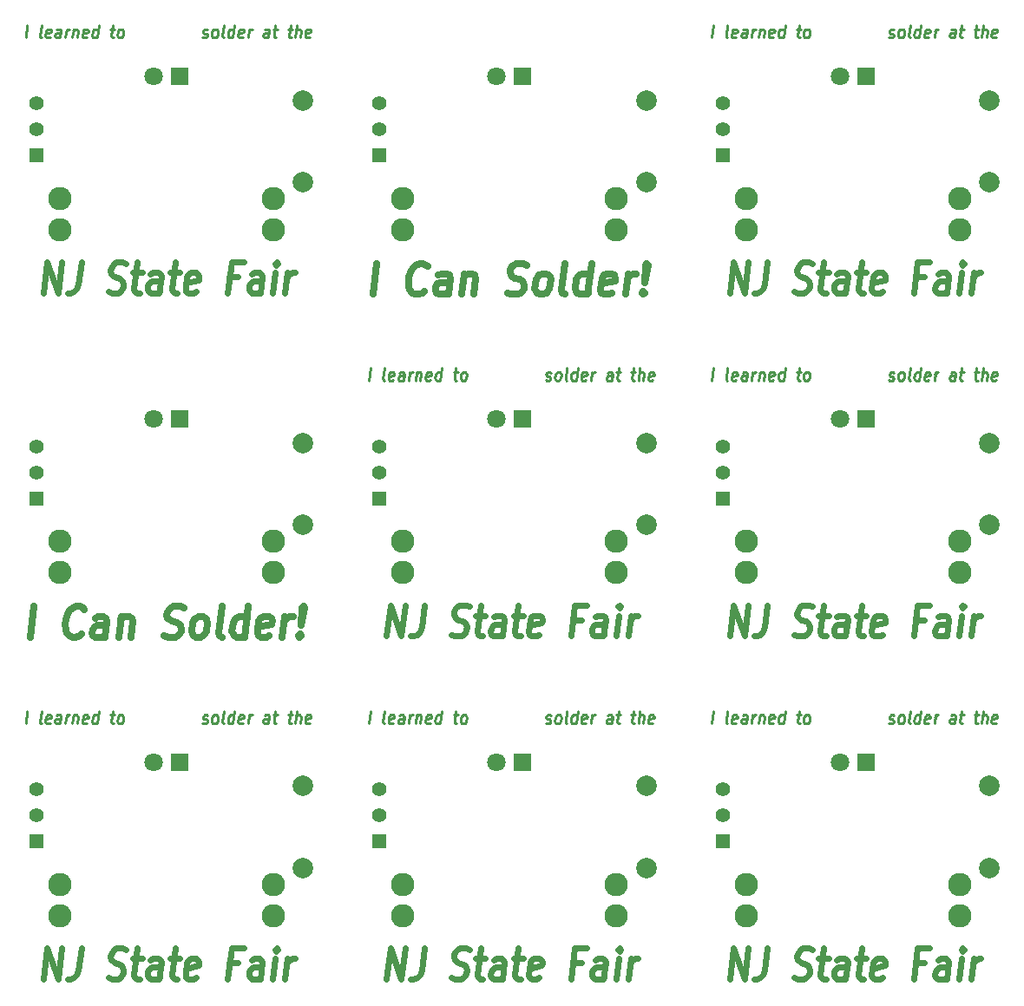
<source format=gts>
%MOIN*%
%OFA0B0*%
%FSLAX46Y46*%
%IPPOS*%
%LPD*%
%ADD10C,0.00984251968503937*%
%ADD11C,0.024606299212598427*%
%ADD12C,0.0787*%
%ADD13C,0.090000000000000011*%
%ADD14R,0.070866141732283464X0.070866141732283464*%
%ADD15C,0.070866141732283464*%
%ADD16R,0.055000000000000007X0.055000000000000007*%
%ADD17C,0.055000000000000007*%
%ADD28C,0.0039370078740157488*%
%ADD29C,0.027066929133858268*%
%ADD30C,0.0787*%
%ADD31C,0.090000000000000011*%
%ADD32R,0.070866141732283464X0.070866141732283464*%
%ADD33C,0.070866141732283464*%
%ADD34R,0.055000000000000007X0.055000000000000007*%
%ADD35C,0.055000000000000007*%
%ADD36C,0.00984251968503937*%
%ADD37C,0.024606299212598427*%
%ADD38C,0.0787*%
%ADD39C,0.090000000000000011*%
%ADD40R,0.070866141732283464X0.070866141732283464*%
%ADD41C,0.070866141732283464*%
%ADD42R,0.055000000000000007X0.055000000000000007*%
%ADD43C,0.055000000000000007*%
%ADD44C,0.00984251968503937*%
%ADD45C,0.024606299212598427*%
%ADD46C,0.0787*%
%ADD47C,0.090000000000000011*%
%ADD48R,0.070866141732283464X0.070866141732283464*%
%ADD49C,0.070866141732283464*%
%ADD50R,0.055000000000000007X0.055000000000000007*%
%ADD51C,0.055000000000000007*%
%ADD52C,0.00984251968503937*%
%ADD53C,0.024606299212598427*%
%ADD54C,0.0787*%
%ADD55C,0.090000000000000011*%
%ADD56R,0.070866141732283464X0.070866141732283464*%
%ADD57C,0.070866141732283464*%
%ADD58R,0.055000000000000007X0.055000000000000007*%
%ADD59C,0.055000000000000007*%
%ADD60C,0.00984251968503937*%
%ADD61C,0.024606299212598427*%
%ADD62C,0.0787*%
%ADD63C,0.090000000000000011*%
%ADD64R,0.070866141732283464X0.070866141732283464*%
%ADD65C,0.070866141732283464*%
%ADD66R,0.055000000000000007X0.055000000000000007*%
%ADD67C,0.055000000000000007*%
%ADD68C,0.0039370078740157488*%
%ADD69C,0.027066929133858268*%
%ADD70C,0.0787*%
%ADD71C,0.090000000000000011*%
%ADD72R,0.070866141732283464X0.070866141732283464*%
%ADD73C,0.070866141732283464*%
%ADD74R,0.055000000000000007X0.055000000000000007*%
%ADD75C,0.055000000000000007*%
%ADD76C,0.00984251968503937*%
%ADD77C,0.024606299212598427*%
%ADD78C,0.0787*%
%ADD79C,0.090000000000000011*%
%ADD80R,0.070866141732283464X0.070866141732283464*%
%ADD81C,0.070866141732283464*%
%ADD82R,0.055000000000000007X0.055000000000000007*%
%ADD83C,0.055000000000000007*%
%ADD84C,0.00984251968503937*%
%ADD85C,0.024606299212598427*%
%ADD86C,0.0787*%
%ADD87C,0.090000000000000011*%
%ADD88R,0.070866141732283464X0.070866141732283464*%
%ADD89C,0.070866141732283464*%
%ADD90R,0.055000000000000007X0.055000000000000007*%
%ADD91C,0.055000000000000007*%
G01*
D10*
X0000737917Y0001080080D02*
X0000741748Y0001077737D01*
X0000749997Y0001077737D01*
X0000754415Y0001080080D01*
X0000757063Y0001084767D01*
X0000757356Y0001087111D01*
X0000755879Y0001091797D01*
X0000752048Y0001094141D01*
X0000745861Y0001094141D01*
X0000742029Y0001096484D01*
X0000740553Y0001101171D01*
X0000740846Y0001103515D01*
X0000743494Y0001108202D01*
X0000747911Y0001110545D01*
X0000754098Y0001110545D01*
X0000757930Y0001108202D01*
X0000780931Y0001077737D02*
X0000777099Y0001080080D01*
X0000775330Y0001082424D01*
X0000773853Y0001087111D01*
X0000775611Y0001101171D01*
X0000778259Y0001105858D01*
X0000780614Y0001108202D01*
X0000785032Y0001110545D01*
X0000791219Y0001110545D01*
X0000795050Y0001108202D01*
X0000796819Y0001105858D01*
X0000798296Y0001101171D01*
X0000796538Y0001087111D01*
X0000793890Y0001082424D01*
X0000791535Y0001080080D01*
X0000787117Y0001077737D01*
X0000780931Y0001077737D01*
X0000820113Y0001077737D02*
X0000816282Y0001080080D01*
X0000814805Y0001084767D01*
X0000820078Y0001126949D01*
X0000855171Y0001077737D02*
X0000861323Y0001126949D01*
X0000855464Y0001080080D02*
X0000851047Y0001077737D01*
X0000842798Y0001077737D01*
X0000838966Y0001080080D01*
X0000837197Y0001082424D01*
X0000835721Y0001087111D01*
X0000837478Y0001101171D01*
X0000840126Y0001105858D01*
X0000842482Y0001108202D01*
X0000846899Y0001110545D01*
X0000855148Y0001110545D01*
X0000858980Y0001108202D01*
X0000892585Y0001080080D02*
X0000888167Y0001077737D01*
X0000879918Y0001077737D01*
X0000876087Y0001080080D01*
X0000874610Y0001084767D01*
X0000876954Y0001103515D01*
X0000879602Y0001108202D01*
X0000884019Y0001110545D01*
X0000892268Y0001110545D01*
X0000896100Y0001108202D01*
X0000897576Y0001103515D01*
X0000896990Y0001098828D01*
X0000875782Y0001094141D01*
X0000912914Y0001077737D02*
X0000917015Y0001110545D01*
X0000915844Y0001101171D02*
X0000918492Y0001105858D01*
X0000920847Y0001108202D01*
X0000925264Y0001110545D01*
X0000929389Y0001110545D01*
X0000991279Y0001077737D02*
X0000994502Y0001103515D01*
X0000993025Y0001108202D01*
X0000989194Y0001110545D01*
X0000980945Y0001110545D01*
X0000976527Y0001108202D01*
X0000991572Y0001080080D02*
X0000987155Y0001077737D01*
X0000976844Y0001077737D01*
X0000973012Y0001080080D01*
X0000971536Y0001084767D01*
X0000972122Y0001089454D01*
X0000974770Y0001094141D01*
X0000979187Y0001096484D01*
X0000989498Y0001096484D01*
X0000993916Y0001098828D01*
X0001009816Y0001110545D02*
X0001026314Y0001110545D01*
X0001018053Y0001126949D02*
X0001012781Y0001084767D01*
X0001014257Y0001080080D01*
X0001018089Y0001077737D01*
X0001022213Y0001077737D01*
X0001067559Y0001110545D02*
X0001084057Y0001110545D01*
X0001075796Y0001126949D02*
X0001070523Y0001084767D01*
X0001072000Y0001080080D01*
X0001075831Y0001077737D01*
X0001079956Y0001077737D01*
X0001094392Y0001077737D02*
X0001100543Y0001126949D01*
X0001112952Y0001077737D02*
X0001116174Y0001103515D01*
X0001114698Y0001108202D01*
X0001110866Y0001110545D01*
X0001104679Y0001110545D01*
X0001100262Y0001108202D01*
X0001097907Y0001105858D01*
X0001150365Y0001080080D02*
X0001145948Y0001077737D01*
X0001137699Y0001077737D01*
X0001133867Y0001080080D01*
X0001132391Y0001084767D01*
X0001134734Y0001103515D01*
X0001137382Y0001108202D01*
X0001141800Y0001110545D01*
X0001150049Y0001110545D01*
X0001153880Y0001108202D01*
X0001155357Y0001103515D01*
X0001154771Y0001098828D01*
X0001133562Y0001094141D01*
X0000059277Y0001077737D02*
X0000065429Y0001126949D01*
X0000119082Y0001077737D02*
X0000115251Y0001080080D01*
X0000113774Y0001084767D01*
X0000119047Y0001126949D01*
X0000152371Y0001080080D02*
X0000147954Y0001077737D01*
X0000139705Y0001077737D01*
X0000135873Y0001080080D01*
X0000134397Y0001084767D01*
X0000136740Y0001103515D01*
X0000139388Y0001108202D01*
X0000143806Y0001110545D01*
X0000152055Y0001110545D01*
X0000155886Y0001108202D01*
X0000157363Y0001103515D01*
X0000156777Y0001098828D01*
X0000135568Y0001094141D01*
X0000191261Y0001077737D02*
X0000194483Y0001103515D01*
X0000193007Y0001108202D01*
X0000189175Y0001110545D01*
X0000180926Y0001110545D01*
X0000176509Y0001108202D01*
X0000191554Y0001080080D02*
X0000187136Y0001077737D01*
X0000176825Y0001077737D01*
X0000172993Y0001080080D01*
X0000171517Y0001084767D01*
X0000172103Y0001089454D01*
X0000174751Y0001094141D01*
X0000179168Y0001096484D01*
X0000189480Y0001096484D01*
X0000193897Y0001098828D01*
X0000211883Y0001077737D02*
X0000215984Y0001110545D01*
X0000214812Y0001101171D02*
X0000217461Y0001105858D01*
X0000219816Y0001108202D01*
X0000224233Y0001110545D01*
X0000228358Y0001110545D01*
X0000242793Y0001110545D02*
X0000238692Y0001077737D01*
X0000242207Y0001105858D02*
X0000244563Y0001108202D01*
X0000248980Y0001110545D01*
X0000255167Y0001110545D01*
X0000258998Y0001108202D01*
X0000260475Y0001103515D01*
X0000257252Y0001077737D01*
X0000294666Y0001080080D02*
X0000290248Y0001077737D01*
X0000281999Y0001077737D01*
X0000278168Y0001080080D01*
X0000276691Y0001084767D01*
X0000279035Y0001103515D01*
X0000281683Y0001108202D01*
X0000286100Y0001110545D01*
X0000294349Y0001110545D01*
X0000298181Y0001108202D01*
X0000299657Y0001103515D01*
X0000299071Y0001098828D01*
X0000277863Y0001094141D01*
X0000333555Y0001077737D02*
X0000339707Y0001126949D01*
X0000333848Y0001080080D02*
X0000329431Y0001077737D01*
X0000321182Y0001077737D01*
X0000317350Y0001080080D01*
X0000315581Y0001082424D01*
X0000314105Y0001087111D01*
X0000315862Y0001101171D01*
X0000318510Y0001105858D01*
X0000320866Y0001108202D01*
X0000325283Y0001110545D01*
X0000333532Y0001110545D01*
X0000337364Y0001108202D01*
X0000385088Y0001110545D02*
X0000401586Y0001110545D01*
X0000393325Y0001126949D02*
X0000388052Y0001084767D01*
X0000389529Y0001080080D01*
X0000393360Y0001077737D01*
X0000397485Y0001077737D01*
X0000418107Y0001077737D02*
X0000414276Y0001080080D01*
X0000412506Y0001082424D01*
X0000411030Y0001087111D01*
X0000412788Y0001101171D01*
X0000415436Y0001105858D01*
X0000417791Y0001108202D01*
X0000422208Y0001110545D01*
X0000428395Y0001110545D01*
X0000432227Y0001108202D01*
X0000433996Y0001105858D01*
X0000435472Y0001101171D01*
X0000433715Y0001087111D01*
X0000431067Y0001082424D01*
X0000428712Y0001080080D01*
X0000424294Y0001077737D01*
X0000418107Y0001077737D01*
D11*
X0000126596Y0000096569D02*
X0000141359Y0000214679D01*
X0000182838Y0000096569D01*
X0000197602Y0000214679D01*
X0000272593Y0000214679D02*
X0000262047Y0000130314D01*
X0000255251Y0000113442D01*
X0000244471Y0000102193D01*
X0000229708Y0000096569D01*
X0000220334Y0000096569D01*
X0000375705Y0000102193D02*
X0000389063Y0000096569D01*
X0000412497Y0000096569D01*
X0000422574Y0000102193D01*
X0000427964Y0000107817D01*
X0000434057Y0000119066D01*
X0000435463Y0000130314D01*
X0000432182Y0000141563D01*
X0000428198Y0000147187D01*
X0000419528Y0000152812D01*
X0000401483Y0000158436D01*
X0000392812Y0000164060D01*
X0000388828Y0000169685D01*
X0000385548Y0000180933D01*
X0000386954Y0000192182D01*
X0000393047Y0000203430D01*
X0000398437Y0000209055D01*
X0000408513Y0000214679D01*
X0000431948Y0000214679D01*
X0000445306Y0000209055D01*
X0000469209Y0000175309D02*
X0000506704Y0000175309D01*
X0000488191Y0000214679D02*
X0000475536Y0000113442D01*
X0000478817Y0000102193D01*
X0000487488Y0000096569D01*
X0000496862Y0000096569D01*
X0000571852Y0000096569D02*
X0000579586Y0000158436D01*
X0000576305Y0000169685D01*
X0000567634Y0000175309D01*
X0000548886Y0000175309D01*
X0000538810Y0000169685D01*
X0000572555Y0000102193D02*
X0000562479Y0000096569D01*
X0000539044Y0000096569D01*
X0000530373Y0000102193D01*
X0000527092Y0000113442D01*
X0000528498Y0000124690D01*
X0000534591Y0000135939D01*
X0000544668Y0000141563D01*
X0000568103Y0000141563D01*
X0000578180Y0000147187D01*
X0000614503Y0000175309D02*
X0000651999Y0000175309D01*
X0000633485Y0000214679D02*
X0000620831Y0000113442D01*
X0000624111Y0000102193D01*
X0000632782Y0000096569D01*
X0000642156Y0000096569D01*
X0000713163Y0000102193D02*
X0000703086Y0000096569D01*
X0000684338Y0000096569D01*
X0000675668Y0000102193D01*
X0000672387Y0000113442D01*
X0000678011Y0000158436D01*
X0000684104Y0000169685D01*
X0000694181Y0000175309D01*
X0000712928Y0000175309D01*
X0000721599Y0000169685D01*
X0000724880Y0000158436D01*
X0000723474Y0000147187D01*
X0000675199Y0000135939D01*
X0000874861Y0000158436D02*
X0000842053Y0000158436D01*
X0000834320Y0000096569D02*
X0000849083Y0000214679D01*
X0000895952Y0000214679D01*
X0000960866Y0000096569D02*
X0000968600Y0000158436D01*
X0000965319Y0000169685D01*
X0000956648Y0000175309D01*
X0000937900Y0000175309D01*
X0000927823Y0000169685D01*
X0000961569Y0000102193D02*
X0000951492Y0000096569D01*
X0000928058Y0000096569D01*
X0000919387Y0000102193D01*
X0000916106Y0000113442D01*
X0000917512Y0000124690D01*
X0000923605Y0000135939D01*
X0000933682Y0000141563D01*
X0000957117Y0000141563D01*
X0000967194Y0000147187D01*
X0001007735Y0000096569D02*
X0001017578Y0000175309D01*
X0001022499Y0000214679D02*
X0001017109Y0000209055D01*
X0001021093Y0000203430D01*
X0001026483Y0000209055D01*
X0001022499Y0000214679D01*
X0001021093Y0000203430D01*
X0001054605Y0000096569D02*
X0001064447Y0000175309D01*
X0001061635Y0000152812D02*
X0001067728Y0000164060D01*
X0001073118Y0000169685D01*
X0001083195Y0000175309D01*
X0001092569Y0000175309D01*
D12*
X0001124999Y0000837480D03*
X0001124999Y0000522519D03*
D13*
X0001009999Y0000339999D03*
X0000189999Y0000339999D03*
X0001009999Y0000459999D03*
X0000189999Y0000459999D03*
D14*
X0000649999Y0000930000D03*
D15*
X0000549999Y0000930000D03*
D16*
X0000099999Y0000625000D03*
D17*
X0000099999Y0000725000D03*
X0000099999Y0000825000D03*
G04 next file*
G04 #@! TF.FileFunction,Soldermask,Top*
G04 Gerber Fmt 4.6, Leading zero omitted, Abs format (unit mm)*
G04 Created by KiCad (PCBNEW 4.0.7) date 09/04/18 12:43:30*
G01*
G04 APERTURE LIST*
G04 APERTURE END LIST*
D28*
D29*
X0000075797Y0001409679D02*
X0000090561Y0001527789D01*
X0000273117Y0001420927D02*
X0000267258Y0001415303D01*
X0000251088Y0001409679D01*
X0000240777Y0001409679D01*
X0000226013Y0001415303D01*
X0000217108Y0001426552D01*
X0000213358Y0001437800D01*
X0000211015Y0001460298D01*
X0000213124Y0001477170D01*
X0000221092Y0001499668D01*
X0000227653Y0001510916D01*
X0000239371Y0001522165D01*
X0000255541Y0001527789D01*
X0000265852Y0001527789D01*
X0000280616Y0001522165D01*
X0000285068Y0001516541D01*
X0000364511Y0001409679D02*
X0000372245Y0001471546D01*
X0000368495Y0001482795D01*
X0000358887Y0001488419D01*
X0000338265Y0001488419D01*
X0000327250Y0001482795D01*
X0000365214Y0001415303D02*
X0000354200Y0001409679D01*
X0000328422Y0001409679D01*
X0000318814Y0001415303D01*
X0000315064Y0001426552D01*
X0000316471Y0001437800D01*
X0000323032Y0001449049D01*
X0000334046Y0001454673D01*
X0000359824Y0001454673D01*
X0000370839Y0001460298D01*
X0000425910Y0001488419D02*
X0000416067Y0001409679D01*
X0000424504Y0001477170D02*
X0000430362Y0001482795D01*
X0000441377Y0001488419D01*
X0000456844Y0001488419D01*
X0000466452Y0001482795D01*
X0000470201Y0001471546D01*
X0000462468Y0001409679D01*
X0000592061Y0001415303D02*
X0000606825Y0001409679D01*
X0000632603Y0001409679D01*
X0000643617Y0001415303D01*
X0000649476Y0001420927D01*
X0000656037Y0001432176D01*
X0000657443Y0001443425D01*
X0000653694Y0001454673D01*
X0000649241Y0001460298D01*
X0000639633Y0001465922D01*
X0000619714Y0001471546D01*
X0000610106Y0001477170D01*
X0000605653Y0001482795D01*
X0000601904Y0001494043D01*
X0000603310Y0001505292D01*
X0000609871Y0001516541D01*
X0000615730Y0001522165D01*
X0000626744Y0001527789D01*
X0000652522Y0001527789D01*
X0000667286Y0001522165D01*
X0000715093Y0001409679D02*
X0000705484Y0001415303D01*
X0000701032Y0001420927D01*
X0000697282Y0001432176D01*
X0000701500Y0001465922D01*
X0000708062Y0001477170D01*
X0000713921Y0001482795D01*
X0000724935Y0001488419D01*
X0000740402Y0001488419D01*
X0000750010Y0001482795D01*
X0000754463Y0001477170D01*
X0000758212Y0001465922D01*
X0000753994Y0001432176D01*
X0000747432Y0001420927D01*
X0000741574Y0001415303D01*
X0000730559Y0001409679D01*
X0000715093Y0001409679D01*
X0000813049Y0001409679D02*
X0000803441Y0001415303D01*
X0000799691Y0001426552D01*
X0000812346Y0001527789D01*
X0000900694Y0001409679D02*
X0000915458Y0001527789D01*
X0000901397Y0001415303D02*
X0000890383Y0001409679D01*
X0000869761Y0001409679D01*
X0000860152Y0001415303D01*
X0000855700Y0001420927D01*
X0000851950Y0001432176D01*
X0000856169Y0001465922D01*
X0000862730Y0001477170D01*
X0000868589Y0001482795D01*
X0000879603Y0001488419D01*
X0000900226Y0001488419D01*
X0000909834Y0001482795D01*
X0000994198Y0001415303D02*
X0000983184Y0001409679D01*
X0000962562Y0001409679D01*
X0000952953Y0001415303D01*
X0000949204Y0001426552D01*
X0000954828Y0001471546D01*
X0000961390Y0001482795D01*
X0000972404Y0001488419D01*
X0000993026Y0001488419D01*
X0001002635Y0001482795D01*
X0001006384Y0001471546D01*
X0001004978Y0001460298D01*
X0000952016Y0001449049D01*
X0001045051Y0001409679D02*
X0001054894Y0001488419D01*
X0001052082Y0001465922D02*
X0001058643Y0001477170D01*
X0001064502Y0001482795D01*
X0001075516Y0001488419D01*
X0001085827Y0001488419D01*
X0001113480Y0001420927D02*
X0001117933Y0001415303D01*
X0001112074Y0001409679D01*
X0001107622Y0001415303D01*
X0001113480Y0001420927D01*
X0001112074Y0001409679D01*
X0001117698Y0001454673D02*
X0001120979Y0001522165D01*
X0001126838Y0001527789D01*
X0001131290Y0001522165D01*
X0001117698Y0001454673D01*
X0001126838Y0001527789D01*
D30*
X0001124999Y0002155590D03*
X0001124999Y0001840629D03*
D31*
X0001009999Y0001658110D03*
X0000189999Y0001658110D03*
X0001009999Y0001778110D03*
X0000189999Y0001778110D03*
D32*
X0000649999Y0002248110D03*
D33*
X0000549999Y0002248110D03*
D34*
X0000099999Y0001943110D03*
D35*
X0000099999Y0002043110D03*
X0000099999Y0002143110D03*
G04 next file*
G04 Gerber Fmt 4.6, Leading zero omitted, Abs format (unit mm)*
G04 Created by KiCad (PCBNEW (5.1.10)-1) date 2021-07-18 19:04:49*
G01*
G04 APERTURE LIST*
G04 APERTURE END LIST*
D36*
X0000737917Y0003716301D02*
X0000741748Y0003713957D01*
X0000749997Y0003713957D01*
X0000754415Y0003716301D01*
X0000757063Y0003720988D01*
X0000757356Y0003723331D01*
X0000755879Y0003728018D01*
X0000752048Y0003730361D01*
X0000745861Y0003730361D01*
X0000742029Y0003732705D01*
X0000740553Y0003737392D01*
X0000740846Y0003739735D01*
X0000743494Y0003744422D01*
X0000747911Y0003746766D01*
X0000754098Y0003746766D01*
X0000757930Y0003744422D01*
X0000780931Y0003713957D02*
X0000777099Y0003716301D01*
X0000775330Y0003718644D01*
X0000773853Y0003723331D01*
X0000775611Y0003737392D01*
X0000778259Y0003742079D01*
X0000780614Y0003744422D01*
X0000785032Y0003746766D01*
X0000791219Y0003746766D01*
X0000795050Y0003744422D01*
X0000796819Y0003742079D01*
X0000798296Y0003737392D01*
X0000796538Y0003723331D01*
X0000793890Y0003718644D01*
X0000791535Y0003716301D01*
X0000787117Y0003713957D01*
X0000780931Y0003713957D01*
X0000820113Y0003713957D02*
X0000816282Y0003716301D01*
X0000814805Y0003720988D01*
X0000820078Y0003763170D01*
X0000855171Y0003713957D02*
X0000861323Y0003763170D01*
X0000855464Y0003716301D02*
X0000851047Y0003713957D01*
X0000842798Y0003713957D01*
X0000838966Y0003716301D01*
X0000837197Y0003718644D01*
X0000835721Y0003723331D01*
X0000837478Y0003737392D01*
X0000840126Y0003742079D01*
X0000842482Y0003744422D01*
X0000846899Y0003746766D01*
X0000855148Y0003746766D01*
X0000858980Y0003744422D01*
X0000892585Y0003716301D02*
X0000888167Y0003713957D01*
X0000879918Y0003713957D01*
X0000876087Y0003716301D01*
X0000874610Y0003720988D01*
X0000876954Y0003739735D01*
X0000879602Y0003744422D01*
X0000884019Y0003746766D01*
X0000892268Y0003746766D01*
X0000896100Y0003744422D01*
X0000897576Y0003739735D01*
X0000896990Y0003735048D01*
X0000875782Y0003730361D01*
X0000912914Y0003713957D02*
X0000917015Y0003746766D01*
X0000915844Y0003737392D02*
X0000918492Y0003742079D01*
X0000920847Y0003744422D01*
X0000925264Y0003746766D01*
X0000929389Y0003746766D01*
X0000991279Y0003713957D02*
X0000994502Y0003739735D01*
X0000993025Y0003744422D01*
X0000989194Y0003746766D01*
X0000980945Y0003746766D01*
X0000976527Y0003744422D01*
X0000991572Y0003716301D02*
X0000987155Y0003713957D01*
X0000976844Y0003713957D01*
X0000973012Y0003716301D01*
X0000971536Y0003720988D01*
X0000972122Y0003725674D01*
X0000974770Y0003730361D01*
X0000979187Y0003732705D01*
X0000989498Y0003732705D01*
X0000993916Y0003735048D01*
X0001009816Y0003746766D02*
X0001026314Y0003746766D01*
X0001018053Y0003763170D02*
X0001012781Y0003720988D01*
X0001014257Y0003716301D01*
X0001018089Y0003713957D01*
X0001022213Y0003713957D01*
X0001067559Y0003746766D02*
X0001084057Y0003746766D01*
X0001075796Y0003763170D02*
X0001070523Y0003720988D01*
X0001072000Y0003716301D01*
X0001075831Y0003713957D01*
X0001079956Y0003713957D01*
X0001094392Y0003713957D02*
X0001100543Y0003763170D01*
X0001112952Y0003713957D02*
X0001116174Y0003739735D01*
X0001114698Y0003744422D01*
X0001110866Y0003746766D01*
X0001104679Y0003746766D01*
X0001100262Y0003744422D01*
X0001097907Y0003742079D01*
X0001150365Y0003716301D02*
X0001145948Y0003713957D01*
X0001137699Y0003713957D01*
X0001133867Y0003716301D01*
X0001132391Y0003720988D01*
X0001134734Y0003739735D01*
X0001137382Y0003744422D01*
X0001141800Y0003746766D01*
X0001150049Y0003746766D01*
X0001153880Y0003744422D01*
X0001155357Y0003739735D01*
X0001154771Y0003735048D01*
X0001133562Y0003730361D01*
X0000059277Y0003713957D02*
X0000065429Y0003763170D01*
X0000119082Y0003713957D02*
X0000115251Y0003716301D01*
X0000113774Y0003720988D01*
X0000119047Y0003763170D01*
X0000152371Y0003716301D02*
X0000147954Y0003713957D01*
X0000139705Y0003713957D01*
X0000135873Y0003716301D01*
X0000134397Y0003720988D01*
X0000136740Y0003739735D01*
X0000139388Y0003744422D01*
X0000143806Y0003746766D01*
X0000152055Y0003746766D01*
X0000155886Y0003744422D01*
X0000157363Y0003739735D01*
X0000156777Y0003735048D01*
X0000135568Y0003730361D01*
X0000191261Y0003713957D02*
X0000194483Y0003739735D01*
X0000193007Y0003744422D01*
X0000189175Y0003746766D01*
X0000180926Y0003746766D01*
X0000176509Y0003744422D01*
X0000191554Y0003716301D02*
X0000187136Y0003713957D01*
X0000176825Y0003713957D01*
X0000172993Y0003716301D01*
X0000171517Y0003720988D01*
X0000172103Y0003725674D01*
X0000174751Y0003730361D01*
X0000179168Y0003732705D01*
X0000189480Y0003732705D01*
X0000193897Y0003735048D01*
X0000211883Y0003713957D02*
X0000215984Y0003746766D01*
X0000214812Y0003737392D02*
X0000217461Y0003742079D01*
X0000219816Y0003744422D01*
X0000224233Y0003746766D01*
X0000228358Y0003746766D01*
X0000242793Y0003746766D02*
X0000238692Y0003713957D01*
X0000242207Y0003742079D02*
X0000244563Y0003744422D01*
X0000248980Y0003746766D01*
X0000255167Y0003746766D01*
X0000258998Y0003744422D01*
X0000260475Y0003739735D01*
X0000257252Y0003713957D01*
X0000294666Y0003716301D02*
X0000290248Y0003713957D01*
X0000281999Y0003713957D01*
X0000278168Y0003716301D01*
X0000276691Y0003720988D01*
X0000279035Y0003739735D01*
X0000281683Y0003744422D01*
X0000286100Y0003746766D01*
X0000294349Y0003746766D01*
X0000298181Y0003744422D01*
X0000299657Y0003739735D01*
X0000299071Y0003735048D01*
X0000277863Y0003730361D01*
X0000333555Y0003713957D02*
X0000339707Y0003763170D01*
X0000333848Y0003716301D02*
X0000329431Y0003713957D01*
X0000321182Y0003713957D01*
X0000317350Y0003716301D01*
X0000315581Y0003718644D01*
X0000314105Y0003723331D01*
X0000315862Y0003737392D01*
X0000318510Y0003742079D01*
X0000320866Y0003744422D01*
X0000325283Y0003746766D01*
X0000333532Y0003746766D01*
X0000337364Y0003744422D01*
X0000385088Y0003746766D02*
X0000401586Y0003746766D01*
X0000393325Y0003763170D02*
X0000388052Y0003720988D01*
X0000389529Y0003716301D01*
X0000393360Y0003713957D01*
X0000397485Y0003713957D01*
X0000418107Y0003713957D02*
X0000414276Y0003716301D01*
X0000412506Y0003718644D01*
X0000411030Y0003723331D01*
X0000412788Y0003737392D01*
X0000415436Y0003742079D01*
X0000417791Y0003744422D01*
X0000422208Y0003746766D01*
X0000428395Y0003746766D01*
X0000432227Y0003744422D01*
X0000433996Y0003742079D01*
X0000435472Y0003737392D01*
X0000433715Y0003723331D01*
X0000431067Y0003718644D01*
X0000428712Y0003716301D01*
X0000424294Y0003713957D01*
X0000418107Y0003713957D01*
D37*
X0000126596Y0002732789D02*
X0000141359Y0002850899D01*
X0000182838Y0002732789D01*
X0000197602Y0002850899D01*
X0000272593Y0002850899D02*
X0000262047Y0002766535D01*
X0000255251Y0002749662D01*
X0000244471Y0002738413D01*
X0000229708Y0002732789D01*
X0000220334Y0002732789D01*
X0000375705Y0002738413D02*
X0000389063Y0002732789D01*
X0000412497Y0002732789D01*
X0000422574Y0002738413D01*
X0000427964Y0002744038D01*
X0000434057Y0002755286D01*
X0000435463Y0002766535D01*
X0000432182Y0002777784D01*
X0000428198Y0002783408D01*
X0000419528Y0002789032D01*
X0000401483Y0002794656D01*
X0000392812Y0002800281D01*
X0000388828Y0002805905D01*
X0000385548Y0002817154D01*
X0000386954Y0002828402D01*
X0000393047Y0002839651D01*
X0000398437Y0002845275D01*
X0000408513Y0002850899D01*
X0000431948Y0002850899D01*
X0000445306Y0002845275D01*
X0000469209Y0002811529D02*
X0000506704Y0002811529D01*
X0000488191Y0002850899D02*
X0000475536Y0002749662D01*
X0000478817Y0002738413D01*
X0000487488Y0002732789D01*
X0000496862Y0002732789D01*
X0000571852Y0002732789D02*
X0000579586Y0002794656D01*
X0000576305Y0002805905D01*
X0000567634Y0002811529D01*
X0000548886Y0002811529D01*
X0000538810Y0002805905D01*
X0000572555Y0002738413D02*
X0000562479Y0002732789D01*
X0000539044Y0002732789D01*
X0000530373Y0002738413D01*
X0000527092Y0002749662D01*
X0000528498Y0002760911D01*
X0000534591Y0002772159D01*
X0000544668Y0002777784D01*
X0000568103Y0002777784D01*
X0000578180Y0002783408D01*
X0000614503Y0002811529D02*
X0000651999Y0002811529D01*
X0000633485Y0002850899D02*
X0000620831Y0002749662D01*
X0000624111Y0002738413D01*
X0000632782Y0002732789D01*
X0000642156Y0002732789D01*
X0000713163Y0002738413D02*
X0000703086Y0002732789D01*
X0000684338Y0002732789D01*
X0000675668Y0002738413D01*
X0000672387Y0002749662D01*
X0000678011Y0002794656D01*
X0000684104Y0002805905D01*
X0000694181Y0002811529D01*
X0000712928Y0002811529D01*
X0000721599Y0002805905D01*
X0000724880Y0002794656D01*
X0000723474Y0002783408D01*
X0000675199Y0002772159D01*
X0000874861Y0002794656D02*
X0000842053Y0002794656D01*
X0000834320Y0002732789D02*
X0000849083Y0002850899D01*
X0000895952Y0002850899D01*
X0000960866Y0002732789D02*
X0000968600Y0002794656D01*
X0000965319Y0002805905D01*
X0000956648Y0002811529D01*
X0000937900Y0002811529D01*
X0000927823Y0002805905D01*
X0000961569Y0002738413D02*
X0000951492Y0002732789D01*
X0000928058Y0002732789D01*
X0000919387Y0002738413D01*
X0000916106Y0002749662D01*
X0000917512Y0002760911D01*
X0000923605Y0002772159D01*
X0000933682Y0002777784D01*
X0000957117Y0002777784D01*
X0000967194Y0002783408D01*
X0001007735Y0002732789D02*
X0001017578Y0002811529D01*
X0001022499Y0002850899D02*
X0001017109Y0002845275D01*
X0001021093Y0002839651D01*
X0001026483Y0002845275D01*
X0001022499Y0002850899D01*
X0001021093Y0002839651D01*
X0001054605Y0002732789D02*
X0001064447Y0002811529D01*
X0001061635Y0002789032D02*
X0001067728Y0002800281D01*
X0001073118Y0002805905D01*
X0001083195Y0002811529D01*
X0001092569Y0002811529D01*
D38*
X0001124999Y0003473700D03*
X0001124999Y0003158740D03*
D39*
X0001009999Y0002976220D03*
X0000189999Y0002976220D03*
X0001009999Y0003096220D03*
X0000189999Y0003096220D03*
D40*
X0000649999Y0003566220D03*
D41*
X0000549999Y0003566220D03*
D42*
X0000099999Y0003261220D03*
D43*
X0000099999Y0003361220D03*
X0000099999Y0003461220D03*
G04 next file*
G04 Gerber Fmt 4.6, Leading zero omitted, Abs format (unit mm)*
G04 Created by KiCad (PCBNEW (5.1.10)-1) date 2021-07-18 19:04:49*
G01*
G04 APERTURE LIST*
G04 APERTURE END LIST*
D44*
X0002056027Y0001080080D02*
X0002059858Y0001077737D01*
X0002068107Y0001077737D01*
X0002072525Y0001080080D01*
X0002075173Y0001084767D01*
X0002075466Y0001087111D01*
X0002073989Y0001091797D01*
X0002070158Y0001094141D01*
X0002063971Y0001094141D01*
X0002060140Y0001096484D01*
X0002058663Y0001101171D01*
X0002058956Y0001103515D01*
X0002061604Y0001108202D01*
X0002066022Y0001110545D01*
X0002072208Y0001110545D01*
X0002076040Y0001108202D01*
X0002099041Y0001077737D02*
X0002095209Y0001080080D01*
X0002093440Y0001082424D01*
X0002091964Y0001087111D01*
X0002093721Y0001101171D01*
X0002096369Y0001105858D01*
X0002098725Y0001108202D01*
X0002103142Y0001110545D01*
X0002109329Y0001110545D01*
X0002113160Y0001108202D01*
X0002114930Y0001105858D01*
X0002116406Y0001101171D01*
X0002114648Y0001087111D01*
X0002112000Y0001082424D01*
X0002109645Y0001080080D01*
X0002105228Y0001077737D01*
X0002099041Y0001077737D01*
X0002138224Y0001077737D02*
X0002134392Y0001080080D01*
X0002132916Y0001084767D01*
X0002138188Y0001126949D01*
X0002173282Y0001077737D02*
X0002179433Y0001126949D01*
X0002173575Y0001080080D02*
X0002169157Y0001077737D01*
X0002160908Y0001077737D01*
X0002157077Y0001080080D01*
X0002155307Y0001082424D01*
X0002153831Y0001087111D01*
X0002155589Y0001101171D01*
X0002158237Y0001105858D01*
X0002160592Y0001108202D01*
X0002165009Y0001110545D01*
X0002173258Y0001110545D01*
X0002177090Y0001108202D01*
X0002210695Y0001080080D02*
X0002206278Y0001077737D01*
X0002198029Y0001077737D01*
X0002194197Y0001080080D01*
X0002192721Y0001084767D01*
X0002195064Y0001103515D01*
X0002197712Y0001108202D01*
X0002202130Y0001110545D01*
X0002210379Y0001110545D01*
X0002214210Y0001108202D01*
X0002215687Y0001103515D01*
X0002215101Y0001098828D01*
X0002193892Y0001094141D01*
X0002231024Y0001077737D02*
X0002235126Y0001110545D01*
X0002233954Y0001101171D02*
X0002236602Y0001105858D01*
X0002238957Y0001108202D01*
X0002243375Y0001110545D01*
X0002247499Y0001110545D01*
X0002309390Y0001077737D02*
X0002312612Y0001103515D01*
X0002311136Y0001108202D01*
X0002307304Y0001110545D01*
X0002299055Y0001110545D01*
X0002294638Y0001108202D01*
X0002309683Y0001080080D02*
X0002305265Y0001077737D01*
X0002294954Y0001077737D01*
X0002291122Y0001080080D01*
X0002289646Y0001084767D01*
X0002290232Y0001089454D01*
X0002292880Y0001094141D01*
X0002297297Y0001096484D01*
X0002307609Y0001096484D01*
X0002312026Y0001098828D01*
X0002327926Y0001110545D02*
X0002344424Y0001110545D01*
X0002336164Y0001126949D02*
X0002330891Y0001084767D01*
X0002332367Y0001080080D01*
X0002336199Y0001077737D01*
X0002340323Y0001077737D01*
X0002385669Y0001110545D02*
X0002402167Y0001110545D01*
X0002393906Y0001126949D02*
X0002388634Y0001084767D01*
X0002390110Y0001080080D01*
X0002393942Y0001077737D01*
X0002398066Y0001077737D01*
X0002412502Y0001077737D02*
X0002418653Y0001126949D01*
X0002431062Y0001077737D02*
X0002434284Y0001103515D01*
X0002432808Y0001108202D01*
X0002428976Y0001110545D01*
X0002422790Y0001110545D01*
X0002418372Y0001108202D01*
X0002416017Y0001105858D01*
X0002468475Y0001080080D02*
X0002464058Y0001077737D01*
X0002455809Y0001077737D01*
X0002451977Y0001080080D01*
X0002450501Y0001084767D01*
X0002452844Y0001103515D01*
X0002455492Y0001108202D01*
X0002459910Y0001110545D01*
X0002468159Y0001110545D01*
X0002471990Y0001108202D01*
X0002473467Y0001103515D01*
X0002472881Y0001098828D01*
X0002451673Y0001094141D01*
X0001377387Y0001077737D02*
X0001383539Y0001126949D01*
X0001437192Y0001077737D02*
X0001433361Y0001080080D01*
X0001431885Y0001084767D01*
X0001437157Y0001126949D01*
X0001470481Y0001080080D02*
X0001466064Y0001077737D01*
X0001457815Y0001077737D01*
X0001453983Y0001080080D01*
X0001452507Y0001084767D01*
X0001454850Y0001103515D01*
X0001457499Y0001108202D01*
X0001461916Y0001110545D01*
X0001470165Y0001110545D01*
X0001473996Y0001108202D01*
X0001475473Y0001103515D01*
X0001474887Y0001098828D01*
X0001453679Y0001094141D01*
X0001509371Y0001077737D02*
X0001512593Y0001103515D01*
X0001511117Y0001108202D01*
X0001507285Y0001110545D01*
X0001499036Y0001110545D01*
X0001494619Y0001108202D01*
X0001509664Y0001080080D02*
X0001505246Y0001077737D01*
X0001494935Y0001077737D01*
X0001491104Y0001080080D01*
X0001489627Y0001084767D01*
X0001490213Y0001089454D01*
X0001492861Y0001094141D01*
X0001497279Y0001096484D01*
X0001507590Y0001096484D01*
X0001512007Y0001098828D01*
X0001529993Y0001077737D02*
X0001534094Y0001110545D01*
X0001532923Y0001101171D02*
X0001535571Y0001105858D01*
X0001537926Y0001108202D01*
X0001542343Y0001110545D01*
X0001546468Y0001110545D01*
X0001560904Y0001110545D02*
X0001556802Y0001077737D01*
X0001560318Y0001105858D02*
X0001562673Y0001108202D01*
X0001567090Y0001110545D01*
X0001573277Y0001110545D01*
X0001577109Y0001108202D01*
X0001578585Y0001103515D01*
X0001575363Y0001077737D01*
X0001612776Y0001080080D02*
X0001608359Y0001077737D01*
X0001600110Y0001077737D01*
X0001596278Y0001080080D01*
X0001594802Y0001084767D01*
X0001597145Y0001103515D01*
X0001599793Y0001108202D01*
X0001604211Y0001110545D01*
X0001612460Y0001110545D01*
X0001616291Y0001108202D01*
X0001617768Y0001103515D01*
X0001617182Y0001098828D01*
X0001595973Y0001094141D01*
X0001651666Y0001077737D02*
X0001657817Y0001126949D01*
X0001651959Y0001080080D02*
X0001647541Y0001077737D01*
X0001639292Y0001077737D01*
X0001635461Y0001080080D01*
X0001633691Y0001082424D01*
X0001632215Y0001087111D01*
X0001633973Y0001101171D01*
X0001636621Y0001105858D01*
X0001638976Y0001108202D01*
X0001643393Y0001110545D01*
X0001651642Y0001110545D01*
X0001655474Y0001108202D01*
X0001703198Y0001110545D02*
X0001719696Y0001110545D01*
X0001711436Y0001126949D02*
X0001706163Y0001084767D01*
X0001707639Y0001080080D01*
X0001711471Y0001077737D01*
X0001715595Y0001077737D01*
X0001736218Y0001077737D02*
X0001732386Y0001080080D01*
X0001730617Y0001082424D01*
X0001729140Y0001087111D01*
X0001730898Y0001101171D01*
X0001733546Y0001105858D01*
X0001735901Y0001108202D01*
X0001740319Y0001110545D01*
X0001746505Y0001110545D01*
X0001750337Y0001108202D01*
X0001752106Y0001105858D01*
X0001753583Y0001101171D01*
X0001751825Y0001087111D01*
X0001749177Y0001082424D01*
X0001746822Y0001080080D01*
X0001742404Y0001077737D01*
X0001736218Y0001077737D01*
D45*
X0001444706Y0000096569D02*
X0001459470Y0000214679D01*
X0001500949Y0000096569D01*
X0001515712Y0000214679D01*
X0001590703Y0000214679D02*
X0001580158Y0000130314D01*
X0001573362Y0000113442D01*
X0001562582Y0000102193D01*
X0001547818Y0000096569D01*
X0001538444Y0000096569D01*
X0001693815Y0000102193D02*
X0001707173Y0000096569D01*
X0001730607Y0000096569D01*
X0001740684Y0000102193D01*
X0001746074Y0000107817D01*
X0001752167Y0000119066D01*
X0001753573Y0000130314D01*
X0001750293Y0000141563D01*
X0001746309Y0000147187D01*
X0001737638Y0000152812D01*
X0001719593Y0000158436D01*
X0001710922Y0000164060D01*
X0001706939Y0000169685D01*
X0001703658Y0000180933D01*
X0001705064Y0000192182D01*
X0001711157Y0000203430D01*
X0001716547Y0000209055D01*
X0001726624Y0000214679D01*
X0001750058Y0000214679D01*
X0001763416Y0000209055D01*
X0001787319Y0000175309D02*
X0001824815Y0000175309D01*
X0001806301Y0000214679D02*
X0001793647Y0000113442D01*
X0001796927Y0000102193D01*
X0001805598Y0000096569D01*
X0001814972Y0000096569D01*
X0001889963Y0000096569D02*
X0001897696Y0000158436D01*
X0001894415Y0000169685D01*
X0001885744Y0000175309D01*
X0001866997Y0000175309D01*
X0001856920Y0000169685D01*
X0001890666Y0000102193D02*
X0001880589Y0000096569D01*
X0001857154Y0000096569D01*
X0001848483Y0000102193D01*
X0001845203Y0000113442D01*
X0001846609Y0000124690D01*
X0001852702Y0000135939D01*
X0001862778Y0000141563D01*
X0001886213Y0000141563D01*
X0001896290Y0000147187D01*
X0001932614Y0000175309D02*
X0001970109Y0000175309D01*
X0001951596Y0000214679D02*
X0001938941Y0000113442D01*
X0001942222Y0000102193D01*
X0001950892Y0000096569D01*
X0001960266Y0000096569D01*
X0002031273Y0000102193D02*
X0002021196Y0000096569D01*
X0002002449Y0000096569D01*
X0001993778Y0000102193D01*
X0001990497Y0000113442D01*
X0001996121Y0000158436D01*
X0002002214Y0000169685D01*
X0002012291Y0000175309D01*
X0002031039Y0000175309D01*
X0002039710Y0000169685D01*
X0002042990Y0000158436D01*
X0002041584Y0000147187D01*
X0001993309Y0000135939D01*
X0002192972Y0000158436D02*
X0002160163Y0000158436D01*
X0002152430Y0000096569D02*
X0002167194Y0000214679D01*
X0002214063Y0000214679D01*
X0002278976Y0000096569D02*
X0002286710Y0000158436D01*
X0002283429Y0000169685D01*
X0002274758Y0000175309D01*
X0002256011Y0000175309D01*
X0002245934Y0000169685D01*
X0002279680Y0000102193D02*
X0002269603Y0000096569D01*
X0002246168Y0000096569D01*
X0002237497Y0000102193D01*
X0002234216Y0000113442D01*
X0002235622Y0000124690D01*
X0002241715Y0000135939D01*
X0002251792Y0000141563D01*
X0002275227Y0000141563D01*
X0002285304Y0000147187D01*
X0002325846Y0000096569D02*
X0002335688Y0000175309D01*
X0002340609Y0000214679D02*
X0002335219Y0000209055D01*
X0002339203Y0000203430D01*
X0002344593Y0000209055D01*
X0002340609Y0000214679D01*
X0002339203Y0000203430D01*
X0002372715Y0000096569D02*
X0002382557Y0000175309D01*
X0002379745Y0000152812D02*
X0002385838Y0000164060D01*
X0002391228Y0000169685D01*
X0002401305Y0000175309D01*
X0002410679Y0000175309D01*
D46*
X0002443110Y0000837480D03*
X0002443110Y0000522519D03*
D47*
X0002328110Y0000339999D03*
X0001508110Y0000339999D03*
X0002328110Y0000459999D03*
X0001508110Y0000459999D03*
D48*
X0001968110Y0000930000D03*
D49*
X0001868110Y0000930000D03*
D50*
X0001418110Y0000625000D03*
D51*
X0001418110Y0000725000D03*
X0001418110Y0000825000D03*
G04 next file*
G04 Gerber Fmt 4.6, Leading zero omitted, Abs format (unit mm)*
G04 Created by KiCad (PCBNEW (5.1.10)-1) date 2021-07-18 19:04:49*
G01*
G04 APERTURE LIST*
G04 APERTURE END LIST*
D52*
X0003374137Y0001080080D02*
X0003377969Y0001077737D01*
X0003386218Y0001077737D01*
X0003390635Y0001080080D01*
X0003393283Y0001084767D01*
X0003393576Y0001087111D01*
X0003392100Y0001091797D01*
X0003388268Y0001094141D01*
X0003382081Y0001094141D01*
X0003378250Y0001096484D01*
X0003376773Y0001101171D01*
X0003377066Y0001103515D01*
X0003379714Y0001108202D01*
X0003384132Y0001110545D01*
X0003390319Y0001110545D01*
X0003394150Y0001108202D01*
X0003417151Y0001077737D02*
X0003413320Y0001080080D01*
X0003411550Y0001082424D01*
X0003410074Y0001087111D01*
X0003411832Y0001101171D01*
X0003414480Y0001105858D01*
X0003416835Y0001108202D01*
X0003421252Y0001110545D01*
X0003427439Y0001110545D01*
X0003431271Y0001108202D01*
X0003433040Y0001105858D01*
X0003434516Y0001101171D01*
X0003432759Y0001087111D01*
X0003430111Y0001082424D01*
X0003427755Y0001080080D01*
X0003423338Y0001077737D01*
X0003417151Y0001077737D01*
X0003456334Y0001077737D02*
X0003452502Y0001080080D01*
X0003451026Y0001084767D01*
X0003456299Y0001126949D01*
X0003491392Y0001077737D02*
X0003497544Y0001126949D01*
X0003491685Y0001080080D02*
X0003487267Y0001077737D01*
X0003479018Y0001077737D01*
X0003475187Y0001080080D01*
X0003473418Y0001082424D01*
X0003471941Y0001087111D01*
X0003473699Y0001101171D01*
X0003476347Y0001105858D01*
X0003478702Y0001108202D01*
X0003483120Y0001110545D01*
X0003491368Y0001110545D01*
X0003495200Y0001108202D01*
X0003528805Y0001080080D02*
X0003524388Y0001077737D01*
X0003516139Y0001077737D01*
X0003512307Y0001080080D01*
X0003510831Y0001084767D01*
X0003513174Y0001103515D01*
X0003515822Y0001108202D01*
X0003520240Y0001110545D01*
X0003528489Y0001110545D01*
X0003532320Y0001108202D01*
X0003533797Y0001103515D01*
X0003533211Y0001098828D01*
X0003512003Y0001094141D01*
X0003549135Y0001077737D02*
X0003553236Y0001110545D01*
X0003552064Y0001101171D02*
X0003554712Y0001105858D01*
X0003557067Y0001108202D01*
X0003561485Y0001110545D01*
X0003565609Y0001110545D01*
X0003627500Y0001077737D02*
X0003630722Y0001103515D01*
X0003629246Y0001108202D01*
X0003625414Y0001110545D01*
X0003617165Y0001110545D01*
X0003612748Y0001108202D01*
X0003627793Y0001080080D02*
X0003623375Y0001077737D01*
X0003613064Y0001077737D01*
X0003609233Y0001080080D01*
X0003607756Y0001084767D01*
X0003608342Y0001089454D01*
X0003610990Y0001094141D01*
X0003615408Y0001096484D01*
X0003625719Y0001096484D01*
X0003630136Y0001098828D01*
X0003646037Y0001110545D02*
X0003662535Y0001110545D01*
X0003654274Y0001126949D02*
X0003649001Y0001084767D01*
X0003650477Y0001080080D01*
X0003654309Y0001077737D01*
X0003658434Y0001077737D01*
X0003703779Y0001110545D02*
X0003720277Y0001110545D01*
X0003712017Y0001126949D02*
X0003706744Y0001084767D01*
X0003708220Y0001080080D01*
X0003712052Y0001077737D01*
X0003716176Y0001077737D01*
X0003730612Y0001077737D02*
X0003736764Y0001126949D01*
X0003749172Y0001077737D02*
X0003752394Y0001103515D01*
X0003750918Y0001108202D01*
X0003747087Y0001110545D01*
X0003740900Y0001110545D01*
X0003736482Y0001108202D01*
X0003734127Y0001105858D01*
X0003786585Y0001080080D02*
X0003782168Y0001077737D01*
X0003773919Y0001077737D01*
X0003770088Y0001080080D01*
X0003768611Y0001084767D01*
X0003770955Y0001103515D01*
X0003773603Y0001108202D01*
X0003778020Y0001110545D01*
X0003786269Y0001110545D01*
X0003790101Y0001108202D01*
X0003791577Y0001103515D01*
X0003790991Y0001098828D01*
X0003769783Y0001094141D01*
X0002695498Y0001077737D02*
X0002701649Y0001126949D01*
X0002755303Y0001077737D02*
X0002751471Y0001080080D01*
X0002749995Y0001084767D01*
X0002755268Y0001126949D01*
X0002788592Y0001080080D02*
X0002784174Y0001077737D01*
X0002775925Y0001077737D01*
X0002772094Y0001080080D01*
X0002770617Y0001084767D01*
X0002772961Y0001103515D01*
X0002775609Y0001108202D01*
X0002780026Y0001110545D01*
X0002788275Y0001110545D01*
X0002792107Y0001108202D01*
X0002793583Y0001103515D01*
X0002792997Y0001098828D01*
X0002771789Y0001094141D01*
X0002827481Y0001077737D02*
X0002830703Y0001103515D01*
X0002829227Y0001108202D01*
X0002825395Y0001110545D01*
X0002817147Y0001110545D01*
X0002812729Y0001108202D01*
X0002827774Y0001080080D02*
X0002823357Y0001077737D01*
X0002813045Y0001077737D01*
X0002809214Y0001080080D01*
X0002807738Y0001084767D01*
X0002808323Y0001089454D01*
X0002810972Y0001094141D01*
X0002815389Y0001096484D01*
X0002825700Y0001096484D01*
X0002830118Y0001098828D01*
X0002848104Y0001077737D02*
X0002852205Y0001110545D01*
X0002851033Y0001101171D02*
X0002853681Y0001105858D01*
X0002856036Y0001108202D01*
X0002860454Y0001110545D01*
X0002864578Y0001110545D01*
X0002879014Y0001110545D02*
X0002874913Y0001077737D01*
X0002878428Y0001105858D02*
X0002880783Y0001108202D01*
X0002885201Y0001110545D01*
X0002891387Y0001110545D01*
X0002895219Y0001108202D01*
X0002896695Y0001103515D01*
X0002893473Y0001077737D01*
X0002930886Y0001080080D02*
X0002926469Y0001077737D01*
X0002918220Y0001077737D01*
X0002914388Y0001080080D01*
X0002912912Y0001084767D01*
X0002915255Y0001103515D01*
X0002917903Y0001108202D01*
X0002922321Y0001110545D01*
X0002930570Y0001110545D01*
X0002934401Y0001108202D01*
X0002935878Y0001103515D01*
X0002935292Y0001098828D01*
X0002914084Y0001094141D01*
X0002969776Y0001077737D02*
X0002975927Y0001126949D01*
X0002970069Y0001080080D02*
X0002965651Y0001077737D01*
X0002957402Y0001077737D01*
X0002953571Y0001080080D01*
X0002951802Y0001082424D01*
X0002950325Y0001087111D01*
X0002952083Y0001101171D01*
X0002954731Y0001105858D01*
X0002957086Y0001108202D01*
X0002961503Y0001110545D01*
X0002969752Y0001110545D01*
X0002973584Y0001108202D01*
X0003021309Y0001110545D02*
X0003037806Y0001110545D01*
X0003029546Y0001126949D02*
X0003024273Y0001084767D01*
X0003025749Y0001080080D01*
X0003029581Y0001077737D01*
X0003033705Y0001077737D01*
X0003054328Y0001077737D02*
X0003050496Y0001080080D01*
X0003048727Y0001082424D01*
X0003047251Y0001087111D01*
X0003049008Y0001101171D01*
X0003051656Y0001105858D01*
X0003054011Y0001108202D01*
X0003058429Y0001110545D01*
X0003064616Y0001110545D01*
X0003068447Y0001108202D01*
X0003070216Y0001105858D01*
X0003071693Y0001101171D01*
X0003069935Y0001087111D01*
X0003067287Y0001082424D01*
X0003064932Y0001080080D01*
X0003060515Y0001077737D01*
X0003054328Y0001077737D01*
D53*
X0002762816Y0000096569D02*
X0002777580Y0000214679D01*
X0002819059Y0000096569D01*
X0002833823Y0000214679D01*
X0002908813Y0000214679D02*
X0002898268Y0000130314D01*
X0002891472Y0000113442D01*
X0002880692Y0000102193D01*
X0002865928Y0000096569D01*
X0002856554Y0000096569D01*
X0003011925Y0000102193D02*
X0003025283Y0000096569D01*
X0003048718Y0000096569D01*
X0003058795Y0000102193D01*
X0003064185Y0000107817D01*
X0003070278Y0000119066D01*
X0003071684Y0000130314D01*
X0003068403Y0000141563D01*
X0003064419Y0000147187D01*
X0003055748Y0000152812D01*
X0003037704Y0000158436D01*
X0003029033Y0000164060D01*
X0003025049Y0000169685D01*
X0003021768Y0000180933D01*
X0003023174Y0000192182D01*
X0003029267Y0000203430D01*
X0003034657Y0000209055D01*
X0003044734Y0000214679D01*
X0003068168Y0000214679D01*
X0003081526Y0000209055D01*
X0003105429Y0000175309D02*
X0003142925Y0000175309D01*
X0003124411Y0000214679D02*
X0003111757Y0000113442D01*
X0003115038Y0000102193D01*
X0003123708Y0000096569D01*
X0003133082Y0000096569D01*
X0003208073Y0000096569D02*
X0003215806Y0000158436D01*
X0003212525Y0000169685D01*
X0003203855Y0000175309D01*
X0003185107Y0000175309D01*
X0003175030Y0000169685D01*
X0003208776Y0000102193D02*
X0003198699Y0000096569D01*
X0003175264Y0000096569D01*
X0003166594Y0000102193D01*
X0003163313Y0000113442D01*
X0003164719Y0000124690D01*
X0003170812Y0000135939D01*
X0003180889Y0000141563D01*
X0003204323Y0000141563D01*
X0003214400Y0000147187D01*
X0003250724Y0000175309D02*
X0003288219Y0000175309D01*
X0003269706Y0000214679D02*
X0003257051Y0000113442D01*
X0003260332Y0000102193D01*
X0003269003Y0000096569D01*
X0003278377Y0000096569D01*
X0003349383Y0000102193D02*
X0003339306Y0000096569D01*
X0003320559Y0000096569D01*
X0003311888Y0000102193D01*
X0003308607Y0000113442D01*
X0003314231Y0000158436D01*
X0003320324Y0000169685D01*
X0003330401Y0000175309D01*
X0003349149Y0000175309D01*
X0003357820Y0000169685D01*
X0003361101Y0000158436D01*
X0003359695Y0000147187D01*
X0003311419Y0000135939D01*
X0003511082Y0000158436D02*
X0003478273Y0000158436D01*
X0003470540Y0000096569D02*
X0003485304Y0000214679D01*
X0003532173Y0000214679D01*
X0003597087Y0000096569D02*
X0003604820Y0000158436D01*
X0003601539Y0000169685D01*
X0003592868Y0000175309D01*
X0003574121Y0000175309D01*
X0003564044Y0000169685D01*
X0003597790Y0000102193D02*
X0003587713Y0000096569D01*
X0003564278Y0000096569D01*
X0003555607Y0000102193D01*
X0003552327Y0000113442D01*
X0003553733Y0000124690D01*
X0003559826Y0000135939D01*
X0003569903Y0000141563D01*
X0003593337Y0000141563D01*
X0003603414Y0000147187D01*
X0003643956Y0000096569D02*
X0003653798Y0000175309D01*
X0003658720Y0000214679D02*
X0003653330Y0000209055D01*
X0003657314Y0000203430D01*
X0003662704Y0000209055D01*
X0003658720Y0000214679D01*
X0003657314Y0000203430D01*
X0003690825Y0000096569D02*
X0003700667Y0000175309D01*
X0003697855Y0000152812D02*
X0003703948Y0000164060D01*
X0003709338Y0000169685D01*
X0003719415Y0000175309D01*
X0003728789Y0000175309D01*
D54*
X0003761220Y0000837480D03*
X0003761220Y0000522519D03*
D55*
X0003646220Y0000339999D03*
X0002826220Y0000339999D03*
X0003646220Y0000459999D03*
X0002826220Y0000459999D03*
D56*
X0003286220Y0000930000D03*
D57*
X0003186220Y0000930000D03*
D58*
X0002736220Y0000625000D03*
D59*
X0002736220Y0000725000D03*
X0002736220Y0000825000D03*
G04 next file*
G04 Gerber Fmt 4.6, Leading zero omitted, Abs format (unit mm)*
G04 Created by KiCad (PCBNEW (5.1.10)-1) date 2021-07-18 19:04:49*
G01*
G04 APERTURE LIST*
G04 APERTURE END LIST*
D60*
X0002056027Y0002398190D02*
X0002059858Y0002395847D01*
X0002068107Y0002395847D01*
X0002072525Y0002398190D01*
X0002075173Y0002402877D01*
X0002075466Y0002405221D01*
X0002073989Y0002409908D01*
X0002070158Y0002412251D01*
X0002063971Y0002412251D01*
X0002060140Y0002414595D01*
X0002058663Y0002419281D01*
X0002058956Y0002421625D01*
X0002061604Y0002426312D01*
X0002066022Y0002428655D01*
X0002072208Y0002428655D01*
X0002076040Y0002426312D01*
X0002099041Y0002395847D02*
X0002095209Y0002398190D01*
X0002093440Y0002400534D01*
X0002091964Y0002405221D01*
X0002093721Y0002419281D01*
X0002096369Y0002423968D01*
X0002098725Y0002426312D01*
X0002103142Y0002428655D01*
X0002109329Y0002428655D01*
X0002113160Y0002426312D01*
X0002114930Y0002423968D01*
X0002116406Y0002419281D01*
X0002114648Y0002405221D01*
X0002112000Y0002400534D01*
X0002109645Y0002398190D01*
X0002105228Y0002395847D01*
X0002099041Y0002395847D01*
X0002138224Y0002395847D02*
X0002134392Y0002398190D01*
X0002132916Y0002402877D01*
X0002138188Y0002445060D01*
X0002173282Y0002395847D02*
X0002179433Y0002445060D01*
X0002173575Y0002398190D02*
X0002169157Y0002395847D01*
X0002160908Y0002395847D01*
X0002157077Y0002398190D01*
X0002155307Y0002400534D01*
X0002153831Y0002405221D01*
X0002155589Y0002419281D01*
X0002158237Y0002423968D01*
X0002160592Y0002426312D01*
X0002165009Y0002428655D01*
X0002173258Y0002428655D01*
X0002177090Y0002426312D01*
X0002210695Y0002398190D02*
X0002206278Y0002395847D01*
X0002198029Y0002395847D01*
X0002194197Y0002398190D01*
X0002192721Y0002402877D01*
X0002195064Y0002421625D01*
X0002197712Y0002426312D01*
X0002202130Y0002428655D01*
X0002210379Y0002428655D01*
X0002214210Y0002426312D01*
X0002215687Y0002421625D01*
X0002215101Y0002416938D01*
X0002193892Y0002412251D01*
X0002231024Y0002395847D02*
X0002235126Y0002428655D01*
X0002233954Y0002419281D02*
X0002236602Y0002423968D01*
X0002238957Y0002426312D01*
X0002243375Y0002428655D01*
X0002247499Y0002428655D01*
X0002309390Y0002395847D02*
X0002312612Y0002421625D01*
X0002311136Y0002426312D01*
X0002307304Y0002428655D01*
X0002299055Y0002428655D01*
X0002294638Y0002426312D01*
X0002309683Y0002398190D02*
X0002305265Y0002395847D01*
X0002294954Y0002395847D01*
X0002291122Y0002398190D01*
X0002289646Y0002402877D01*
X0002290232Y0002407564D01*
X0002292880Y0002412251D01*
X0002297297Y0002414595D01*
X0002307609Y0002414595D01*
X0002312026Y0002416938D01*
X0002327926Y0002428655D02*
X0002344424Y0002428655D01*
X0002336164Y0002445060D02*
X0002330891Y0002402877D01*
X0002332367Y0002398190D01*
X0002336199Y0002395847D01*
X0002340323Y0002395847D01*
X0002385669Y0002428655D02*
X0002402167Y0002428655D01*
X0002393906Y0002445060D02*
X0002388634Y0002402877D01*
X0002390110Y0002398190D01*
X0002393942Y0002395847D01*
X0002398066Y0002395847D01*
X0002412502Y0002395847D02*
X0002418653Y0002445060D01*
X0002431062Y0002395847D02*
X0002434284Y0002421625D01*
X0002432808Y0002426312D01*
X0002428976Y0002428655D01*
X0002422790Y0002428655D01*
X0002418372Y0002426312D01*
X0002416017Y0002423968D01*
X0002468475Y0002398190D02*
X0002464058Y0002395847D01*
X0002455809Y0002395847D01*
X0002451977Y0002398190D01*
X0002450501Y0002402877D01*
X0002452844Y0002421625D01*
X0002455492Y0002426312D01*
X0002459910Y0002428655D01*
X0002468159Y0002428655D01*
X0002471990Y0002426312D01*
X0002473467Y0002421625D01*
X0002472881Y0002416938D01*
X0002451673Y0002412251D01*
X0001377387Y0002395847D02*
X0001383539Y0002445060D01*
X0001437192Y0002395847D02*
X0001433361Y0002398190D01*
X0001431885Y0002402877D01*
X0001437157Y0002445060D01*
X0001470481Y0002398190D02*
X0001466064Y0002395847D01*
X0001457815Y0002395847D01*
X0001453983Y0002398190D01*
X0001452507Y0002402877D01*
X0001454850Y0002421625D01*
X0001457499Y0002426312D01*
X0001461916Y0002428655D01*
X0001470165Y0002428655D01*
X0001473996Y0002426312D01*
X0001475473Y0002421625D01*
X0001474887Y0002416938D01*
X0001453679Y0002412251D01*
X0001509371Y0002395847D02*
X0001512593Y0002421625D01*
X0001511117Y0002426312D01*
X0001507285Y0002428655D01*
X0001499036Y0002428655D01*
X0001494619Y0002426312D01*
X0001509664Y0002398190D02*
X0001505246Y0002395847D01*
X0001494935Y0002395847D01*
X0001491104Y0002398190D01*
X0001489627Y0002402877D01*
X0001490213Y0002407564D01*
X0001492861Y0002412251D01*
X0001497279Y0002414595D01*
X0001507590Y0002414595D01*
X0001512007Y0002416938D01*
X0001529993Y0002395847D02*
X0001534094Y0002428655D01*
X0001532923Y0002419281D02*
X0001535571Y0002423968D01*
X0001537926Y0002426312D01*
X0001542343Y0002428655D01*
X0001546468Y0002428655D01*
X0001560904Y0002428655D02*
X0001556802Y0002395847D01*
X0001560318Y0002423968D02*
X0001562673Y0002426312D01*
X0001567090Y0002428655D01*
X0001573277Y0002428655D01*
X0001577109Y0002426312D01*
X0001578585Y0002421625D01*
X0001575363Y0002395847D01*
X0001612776Y0002398190D02*
X0001608359Y0002395847D01*
X0001600110Y0002395847D01*
X0001596278Y0002398190D01*
X0001594802Y0002402877D01*
X0001597145Y0002421625D01*
X0001599793Y0002426312D01*
X0001604211Y0002428655D01*
X0001612460Y0002428655D01*
X0001616291Y0002426312D01*
X0001617768Y0002421625D01*
X0001617182Y0002416938D01*
X0001595973Y0002412251D01*
X0001651666Y0002395847D02*
X0001657817Y0002445060D01*
X0001651959Y0002398190D02*
X0001647541Y0002395847D01*
X0001639292Y0002395847D01*
X0001635461Y0002398190D01*
X0001633691Y0002400534D01*
X0001632215Y0002405221D01*
X0001633973Y0002419281D01*
X0001636621Y0002423968D01*
X0001638976Y0002426312D01*
X0001643393Y0002428655D01*
X0001651642Y0002428655D01*
X0001655474Y0002426312D01*
X0001703198Y0002428655D02*
X0001719696Y0002428655D01*
X0001711436Y0002445060D02*
X0001706163Y0002402877D01*
X0001707639Y0002398190D01*
X0001711471Y0002395847D01*
X0001715595Y0002395847D01*
X0001736218Y0002395847D02*
X0001732386Y0002398190D01*
X0001730617Y0002400534D01*
X0001729140Y0002405221D01*
X0001730898Y0002419281D01*
X0001733546Y0002423968D01*
X0001735901Y0002426312D01*
X0001740319Y0002428655D01*
X0001746505Y0002428655D01*
X0001750337Y0002426312D01*
X0001752106Y0002423968D01*
X0001753583Y0002419281D01*
X0001751825Y0002405221D01*
X0001749177Y0002400534D01*
X0001746822Y0002398190D01*
X0001742404Y0002395847D01*
X0001736218Y0002395847D01*
D61*
X0001444706Y0001414679D02*
X0001459470Y0001532789D01*
X0001500949Y0001414679D01*
X0001515712Y0001532789D01*
X0001590703Y0001532789D02*
X0001580158Y0001448425D01*
X0001573362Y0001431552D01*
X0001562582Y0001420303D01*
X0001547818Y0001414679D01*
X0001538444Y0001414679D01*
X0001693815Y0001420303D02*
X0001707173Y0001414679D01*
X0001730607Y0001414679D01*
X0001740684Y0001420303D01*
X0001746074Y0001425928D01*
X0001752167Y0001437176D01*
X0001753573Y0001448425D01*
X0001750293Y0001459673D01*
X0001746309Y0001465298D01*
X0001737638Y0001470922D01*
X0001719593Y0001476546D01*
X0001710922Y0001482170D01*
X0001706939Y0001487795D01*
X0001703658Y0001499043D01*
X0001705064Y0001510292D01*
X0001711157Y0001521541D01*
X0001716547Y0001527165D01*
X0001726624Y0001532789D01*
X0001750058Y0001532789D01*
X0001763416Y0001527165D01*
X0001787319Y0001493419D02*
X0001824815Y0001493419D01*
X0001806301Y0001532789D02*
X0001793647Y0001431552D01*
X0001796927Y0001420303D01*
X0001805598Y0001414679D01*
X0001814972Y0001414679D01*
X0001889963Y0001414679D02*
X0001897696Y0001476546D01*
X0001894415Y0001487795D01*
X0001885744Y0001493419D01*
X0001866997Y0001493419D01*
X0001856920Y0001487795D01*
X0001890666Y0001420303D02*
X0001880589Y0001414679D01*
X0001857154Y0001414679D01*
X0001848483Y0001420303D01*
X0001845203Y0001431552D01*
X0001846609Y0001442800D01*
X0001852702Y0001454049D01*
X0001862778Y0001459673D01*
X0001886213Y0001459673D01*
X0001896290Y0001465298D01*
X0001932614Y0001493419D02*
X0001970109Y0001493419D01*
X0001951596Y0001532789D02*
X0001938941Y0001431552D01*
X0001942222Y0001420303D01*
X0001950892Y0001414679D01*
X0001960266Y0001414679D01*
X0002031273Y0001420303D02*
X0002021196Y0001414679D01*
X0002002449Y0001414679D01*
X0001993778Y0001420303D01*
X0001990497Y0001431552D01*
X0001996121Y0001476546D01*
X0002002214Y0001487795D01*
X0002012291Y0001493419D01*
X0002031039Y0001493419D01*
X0002039710Y0001487795D01*
X0002042990Y0001476546D01*
X0002041584Y0001465298D01*
X0001993309Y0001454049D01*
X0002192972Y0001476546D02*
X0002160163Y0001476546D01*
X0002152430Y0001414679D02*
X0002167194Y0001532789D01*
X0002214063Y0001532789D01*
X0002278976Y0001414679D02*
X0002286710Y0001476546D01*
X0002283429Y0001487795D01*
X0002274758Y0001493419D01*
X0002256011Y0001493419D01*
X0002245934Y0001487795D01*
X0002279680Y0001420303D02*
X0002269603Y0001414679D01*
X0002246168Y0001414679D01*
X0002237497Y0001420303D01*
X0002234216Y0001431552D01*
X0002235622Y0001442800D01*
X0002241715Y0001454049D01*
X0002251792Y0001459673D01*
X0002275227Y0001459673D01*
X0002285304Y0001465298D01*
X0002325846Y0001414679D02*
X0002335688Y0001493419D01*
X0002340609Y0001532789D02*
X0002335219Y0001527165D01*
X0002339203Y0001521541D01*
X0002344593Y0001527165D01*
X0002340609Y0001532789D01*
X0002339203Y0001521541D01*
X0002372715Y0001414679D02*
X0002382557Y0001493419D01*
X0002379745Y0001470922D02*
X0002385838Y0001482170D01*
X0002391228Y0001487795D01*
X0002401305Y0001493419D01*
X0002410679Y0001493419D01*
D62*
X0002443110Y0002155590D03*
X0002443110Y0001840629D03*
D63*
X0002328110Y0001658110D03*
X0001508110Y0001658110D03*
X0002328110Y0001778110D03*
X0001508110Y0001778110D03*
D64*
X0001968110Y0002248110D03*
D65*
X0001868110Y0002248110D03*
D66*
X0001418110Y0001943110D03*
D67*
X0001418110Y0002043110D03*
X0001418110Y0002143110D03*
G04 next file*
G04 #@! TF.FileFunction,Soldermask,Top*
G04 Gerber Fmt 4.6, Leading zero omitted, Abs format (unit mm)*
G04 Created by KiCad (PCBNEW 4.0.7) date 09/04/18 12:43:30*
G01*
G04 APERTURE LIST*
G04 APERTURE END LIST*
D68*
D69*
X0001393908Y0002727789D02*
X0001408671Y0002845899D01*
X0001591227Y0002739038D02*
X0001585368Y0002733413D01*
X0001569198Y0002727789D01*
X0001558887Y0002727789D01*
X0001544123Y0002733413D01*
X0001535218Y0002744662D01*
X0001531469Y0002755911D01*
X0001529125Y0002778408D01*
X0001531234Y0002795281D01*
X0001539202Y0002817778D01*
X0001545764Y0002829027D01*
X0001557481Y0002840275D01*
X0001573651Y0002845899D01*
X0001583962Y0002845899D01*
X0001598726Y0002840275D01*
X0001603178Y0002834651D01*
X0001682622Y0002727789D02*
X0001690355Y0002789656D01*
X0001686605Y0002800905D01*
X0001676997Y0002806529D01*
X0001656375Y0002806529D01*
X0001645361Y0002800905D01*
X0001683325Y0002733413D02*
X0001672310Y0002727789D01*
X0001646532Y0002727789D01*
X0001636924Y0002733413D01*
X0001633175Y0002744662D01*
X0001634581Y0002755911D01*
X0001641142Y0002767159D01*
X0001652157Y0002772784D01*
X0001677935Y0002772784D01*
X0001688949Y0002778408D01*
X0001744020Y0002806529D02*
X0001734178Y0002727789D01*
X0001742614Y0002795281D02*
X0001748473Y0002800905D01*
X0001759487Y0002806529D01*
X0001774954Y0002806529D01*
X0001784562Y0002800905D01*
X0001788311Y0002789656D01*
X0001780578Y0002727789D01*
X0001910171Y0002733413D02*
X0001924935Y0002727789D01*
X0001950713Y0002727789D01*
X0001961727Y0002733413D01*
X0001967586Y0002739038D01*
X0001974148Y0002750286D01*
X0001975554Y0002761535D01*
X0001971804Y0002772784D01*
X0001967352Y0002778408D01*
X0001957743Y0002784032D01*
X0001937824Y0002789656D01*
X0001928216Y0002795281D01*
X0001923763Y0002800905D01*
X0001920014Y0002812154D01*
X0001921420Y0002823402D01*
X0001927982Y0002834651D01*
X0001933840Y0002840275D01*
X0001944854Y0002845899D01*
X0001970632Y0002845899D01*
X0001985396Y0002840275D01*
X0002033203Y0002727789D02*
X0002023595Y0002733413D01*
X0002019142Y0002739038D01*
X0002015392Y0002750286D01*
X0002019611Y0002784032D01*
X0002026172Y0002795281D01*
X0002032031Y0002800905D01*
X0002043045Y0002806529D01*
X0002058512Y0002806529D01*
X0002068120Y0002800905D01*
X0002072573Y0002795281D01*
X0002076322Y0002784032D01*
X0002072104Y0002750286D01*
X0002065542Y0002739038D01*
X0002059684Y0002733413D01*
X0002048670Y0002727789D01*
X0002033203Y0002727789D01*
X0002131159Y0002727789D02*
X0002121551Y0002733413D01*
X0002117802Y0002744662D01*
X0002130456Y0002845899D01*
X0002218805Y0002727789D02*
X0002233568Y0002845899D01*
X0002219508Y0002733413D02*
X0002208493Y0002727789D01*
X0002187871Y0002727789D01*
X0002178263Y0002733413D01*
X0002173810Y0002739038D01*
X0002170061Y0002750286D01*
X0002174279Y0002784032D01*
X0002180841Y0002795281D01*
X0002186699Y0002800905D01*
X0002197713Y0002806529D01*
X0002218336Y0002806529D01*
X0002227944Y0002800905D01*
X0002312308Y0002733413D02*
X0002301294Y0002727789D01*
X0002280672Y0002727789D01*
X0002271064Y0002733413D01*
X0002267314Y0002744662D01*
X0002272938Y0002789656D01*
X0002279500Y0002800905D01*
X0002290514Y0002806529D01*
X0002311137Y0002806529D01*
X0002320745Y0002800905D01*
X0002324494Y0002789656D01*
X0002323088Y0002778408D01*
X0002270126Y0002767159D01*
X0002363161Y0002727789D02*
X0002373004Y0002806529D01*
X0002370192Y0002784032D02*
X0002376754Y0002795281D01*
X0002382612Y0002800905D01*
X0002393626Y0002806529D01*
X0002403938Y0002806529D01*
X0002431590Y0002739038D02*
X0002436043Y0002733413D01*
X0002430184Y0002727789D01*
X0002425732Y0002733413D01*
X0002431590Y0002739038D01*
X0002430184Y0002727789D01*
X0002435809Y0002772784D02*
X0002439090Y0002840275D01*
X0002444948Y0002845899D01*
X0002449401Y0002840275D01*
X0002435809Y0002772784D01*
X0002444948Y0002845899D01*
D70*
X0002443110Y0003473700D03*
X0002443110Y0003158740D03*
D71*
X0002328110Y0002976220D03*
X0001508110Y0002976220D03*
X0002328110Y0003096220D03*
X0001508110Y0003096220D03*
D72*
X0001968110Y0003566220D03*
D73*
X0001868110Y0003566220D03*
D74*
X0001418110Y0003261220D03*
D75*
X0001418110Y0003361220D03*
X0001418110Y0003461220D03*
G04 next file*
G04 Gerber Fmt 4.6, Leading zero omitted, Abs format (unit mm)*
G04 Created by KiCad (PCBNEW (5.1.10)-1) date 2021-07-18 19:04:49*
G01*
G04 APERTURE LIST*
G04 APERTURE END LIST*
D76*
X0003374137Y0002398190D02*
X0003377969Y0002395847D01*
X0003386218Y0002395847D01*
X0003390635Y0002398190D01*
X0003393283Y0002402877D01*
X0003393576Y0002405221D01*
X0003392100Y0002409908D01*
X0003388268Y0002412251D01*
X0003382081Y0002412251D01*
X0003378250Y0002414595D01*
X0003376773Y0002419281D01*
X0003377066Y0002421625D01*
X0003379714Y0002426312D01*
X0003384132Y0002428655D01*
X0003390319Y0002428655D01*
X0003394150Y0002426312D01*
X0003417151Y0002395847D02*
X0003413320Y0002398190D01*
X0003411550Y0002400534D01*
X0003410074Y0002405221D01*
X0003411832Y0002419281D01*
X0003414480Y0002423968D01*
X0003416835Y0002426312D01*
X0003421252Y0002428655D01*
X0003427439Y0002428655D01*
X0003431271Y0002426312D01*
X0003433040Y0002423968D01*
X0003434516Y0002419281D01*
X0003432759Y0002405221D01*
X0003430111Y0002400534D01*
X0003427755Y0002398190D01*
X0003423338Y0002395847D01*
X0003417151Y0002395847D01*
X0003456334Y0002395847D02*
X0003452502Y0002398190D01*
X0003451026Y0002402877D01*
X0003456299Y0002445060D01*
X0003491392Y0002395847D02*
X0003497544Y0002445060D01*
X0003491685Y0002398190D02*
X0003487267Y0002395847D01*
X0003479018Y0002395847D01*
X0003475187Y0002398190D01*
X0003473418Y0002400534D01*
X0003471941Y0002405221D01*
X0003473699Y0002419281D01*
X0003476347Y0002423968D01*
X0003478702Y0002426312D01*
X0003483120Y0002428655D01*
X0003491368Y0002428655D01*
X0003495200Y0002426312D01*
X0003528805Y0002398190D02*
X0003524388Y0002395847D01*
X0003516139Y0002395847D01*
X0003512307Y0002398190D01*
X0003510831Y0002402877D01*
X0003513174Y0002421625D01*
X0003515822Y0002426312D01*
X0003520240Y0002428655D01*
X0003528489Y0002428655D01*
X0003532320Y0002426312D01*
X0003533797Y0002421625D01*
X0003533211Y0002416938D01*
X0003512003Y0002412251D01*
X0003549135Y0002395847D02*
X0003553236Y0002428655D01*
X0003552064Y0002419281D02*
X0003554712Y0002423968D01*
X0003557067Y0002426312D01*
X0003561485Y0002428655D01*
X0003565609Y0002428655D01*
X0003627500Y0002395847D02*
X0003630722Y0002421625D01*
X0003629246Y0002426312D01*
X0003625414Y0002428655D01*
X0003617165Y0002428655D01*
X0003612748Y0002426312D01*
X0003627793Y0002398190D02*
X0003623375Y0002395847D01*
X0003613064Y0002395847D01*
X0003609233Y0002398190D01*
X0003607756Y0002402877D01*
X0003608342Y0002407564D01*
X0003610990Y0002412251D01*
X0003615408Y0002414595D01*
X0003625719Y0002414595D01*
X0003630136Y0002416938D01*
X0003646037Y0002428655D02*
X0003662535Y0002428655D01*
X0003654274Y0002445060D02*
X0003649001Y0002402877D01*
X0003650477Y0002398190D01*
X0003654309Y0002395847D01*
X0003658434Y0002395847D01*
X0003703779Y0002428655D02*
X0003720277Y0002428655D01*
X0003712017Y0002445060D02*
X0003706744Y0002402877D01*
X0003708220Y0002398190D01*
X0003712052Y0002395847D01*
X0003716176Y0002395847D01*
X0003730612Y0002395847D02*
X0003736764Y0002445060D01*
X0003749172Y0002395847D02*
X0003752394Y0002421625D01*
X0003750918Y0002426312D01*
X0003747087Y0002428655D01*
X0003740900Y0002428655D01*
X0003736482Y0002426312D01*
X0003734127Y0002423968D01*
X0003786585Y0002398190D02*
X0003782168Y0002395847D01*
X0003773919Y0002395847D01*
X0003770088Y0002398190D01*
X0003768611Y0002402877D01*
X0003770955Y0002421625D01*
X0003773603Y0002426312D01*
X0003778020Y0002428655D01*
X0003786269Y0002428655D01*
X0003790101Y0002426312D01*
X0003791577Y0002421625D01*
X0003790991Y0002416938D01*
X0003769783Y0002412251D01*
X0002695498Y0002395847D02*
X0002701649Y0002445060D01*
X0002755303Y0002395847D02*
X0002751471Y0002398190D01*
X0002749995Y0002402877D01*
X0002755268Y0002445060D01*
X0002788592Y0002398190D02*
X0002784174Y0002395847D01*
X0002775925Y0002395847D01*
X0002772094Y0002398190D01*
X0002770617Y0002402877D01*
X0002772961Y0002421625D01*
X0002775609Y0002426312D01*
X0002780026Y0002428655D01*
X0002788275Y0002428655D01*
X0002792107Y0002426312D01*
X0002793583Y0002421625D01*
X0002792997Y0002416938D01*
X0002771789Y0002412251D01*
X0002827481Y0002395847D02*
X0002830703Y0002421625D01*
X0002829227Y0002426312D01*
X0002825395Y0002428655D01*
X0002817147Y0002428655D01*
X0002812729Y0002426312D01*
X0002827774Y0002398190D02*
X0002823357Y0002395847D01*
X0002813045Y0002395847D01*
X0002809214Y0002398190D01*
X0002807738Y0002402877D01*
X0002808323Y0002407564D01*
X0002810972Y0002412251D01*
X0002815389Y0002414595D01*
X0002825700Y0002414595D01*
X0002830118Y0002416938D01*
X0002848104Y0002395847D02*
X0002852205Y0002428655D01*
X0002851033Y0002419281D02*
X0002853681Y0002423968D01*
X0002856036Y0002426312D01*
X0002860454Y0002428655D01*
X0002864578Y0002428655D01*
X0002879014Y0002428655D02*
X0002874913Y0002395847D01*
X0002878428Y0002423968D02*
X0002880783Y0002426312D01*
X0002885201Y0002428655D01*
X0002891387Y0002428655D01*
X0002895219Y0002426312D01*
X0002896695Y0002421625D01*
X0002893473Y0002395847D01*
X0002930886Y0002398190D02*
X0002926469Y0002395847D01*
X0002918220Y0002395847D01*
X0002914388Y0002398190D01*
X0002912912Y0002402877D01*
X0002915255Y0002421625D01*
X0002917903Y0002426312D01*
X0002922321Y0002428655D01*
X0002930570Y0002428655D01*
X0002934401Y0002426312D01*
X0002935878Y0002421625D01*
X0002935292Y0002416938D01*
X0002914084Y0002412251D01*
X0002969776Y0002395847D02*
X0002975927Y0002445060D01*
X0002970069Y0002398190D02*
X0002965651Y0002395847D01*
X0002957402Y0002395847D01*
X0002953571Y0002398190D01*
X0002951802Y0002400534D01*
X0002950325Y0002405221D01*
X0002952083Y0002419281D01*
X0002954731Y0002423968D01*
X0002957086Y0002426312D01*
X0002961503Y0002428655D01*
X0002969752Y0002428655D01*
X0002973584Y0002426312D01*
X0003021309Y0002428655D02*
X0003037806Y0002428655D01*
X0003029546Y0002445060D02*
X0003024273Y0002402877D01*
X0003025749Y0002398190D01*
X0003029581Y0002395847D01*
X0003033705Y0002395847D01*
X0003054328Y0002395847D02*
X0003050496Y0002398190D01*
X0003048727Y0002400534D01*
X0003047251Y0002405221D01*
X0003049008Y0002419281D01*
X0003051656Y0002423968D01*
X0003054011Y0002426312D01*
X0003058429Y0002428655D01*
X0003064616Y0002428655D01*
X0003068447Y0002426312D01*
X0003070216Y0002423968D01*
X0003071693Y0002419281D01*
X0003069935Y0002405221D01*
X0003067287Y0002400534D01*
X0003064932Y0002398190D01*
X0003060515Y0002395847D01*
X0003054328Y0002395847D01*
D77*
X0002762816Y0001414679D02*
X0002777580Y0001532789D01*
X0002819059Y0001414679D01*
X0002833823Y0001532789D01*
X0002908813Y0001532789D02*
X0002898268Y0001448425D01*
X0002891472Y0001431552D01*
X0002880692Y0001420303D01*
X0002865928Y0001414679D01*
X0002856554Y0001414679D01*
X0003011925Y0001420303D02*
X0003025283Y0001414679D01*
X0003048718Y0001414679D01*
X0003058795Y0001420303D01*
X0003064185Y0001425928D01*
X0003070278Y0001437176D01*
X0003071684Y0001448425D01*
X0003068403Y0001459673D01*
X0003064419Y0001465298D01*
X0003055748Y0001470922D01*
X0003037704Y0001476546D01*
X0003029033Y0001482170D01*
X0003025049Y0001487795D01*
X0003021768Y0001499043D01*
X0003023174Y0001510292D01*
X0003029267Y0001521541D01*
X0003034657Y0001527165D01*
X0003044734Y0001532789D01*
X0003068168Y0001532789D01*
X0003081526Y0001527165D01*
X0003105429Y0001493419D02*
X0003142925Y0001493419D01*
X0003124411Y0001532789D02*
X0003111757Y0001431552D01*
X0003115038Y0001420303D01*
X0003123708Y0001414679D01*
X0003133082Y0001414679D01*
X0003208073Y0001414679D02*
X0003215806Y0001476546D01*
X0003212525Y0001487795D01*
X0003203855Y0001493419D01*
X0003185107Y0001493419D01*
X0003175030Y0001487795D01*
X0003208776Y0001420303D02*
X0003198699Y0001414679D01*
X0003175264Y0001414679D01*
X0003166594Y0001420303D01*
X0003163313Y0001431552D01*
X0003164719Y0001442800D01*
X0003170812Y0001454049D01*
X0003180889Y0001459673D01*
X0003204323Y0001459673D01*
X0003214400Y0001465298D01*
X0003250724Y0001493419D02*
X0003288219Y0001493419D01*
X0003269706Y0001532789D02*
X0003257051Y0001431552D01*
X0003260332Y0001420303D01*
X0003269003Y0001414679D01*
X0003278377Y0001414679D01*
X0003349383Y0001420303D02*
X0003339306Y0001414679D01*
X0003320559Y0001414679D01*
X0003311888Y0001420303D01*
X0003308607Y0001431552D01*
X0003314231Y0001476546D01*
X0003320324Y0001487795D01*
X0003330401Y0001493419D01*
X0003349149Y0001493419D01*
X0003357820Y0001487795D01*
X0003361101Y0001476546D01*
X0003359695Y0001465298D01*
X0003311419Y0001454049D01*
X0003511082Y0001476546D02*
X0003478273Y0001476546D01*
X0003470540Y0001414679D02*
X0003485304Y0001532789D01*
X0003532173Y0001532789D01*
X0003597087Y0001414679D02*
X0003604820Y0001476546D01*
X0003601539Y0001487795D01*
X0003592868Y0001493419D01*
X0003574121Y0001493419D01*
X0003564044Y0001487795D01*
X0003597790Y0001420303D02*
X0003587713Y0001414679D01*
X0003564278Y0001414679D01*
X0003555607Y0001420303D01*
X0003552327Y0001431552D01*
X0003553733Y0001442800D01*
X0003559826Y0001454049D01*
X0003569903Y0001459673D01*
X0003593337Y0001459673D01*
X0003603414Y0001465298D01*
X0003643956Y0001414679D02*
X0003653798Y0001493419D01*
X0003658720Y0001532789D02*
X0003653330Y0001527165D01*
X0003657314Y0001521541D01*
X0003662704Y0001527165D01*
X0003658720Y0001532789D01*
X0003657314Y0001521541D01*
X0003690825Y0001414679D02*
X0003700667Y0001493419D01*
X0003697855Y0001470922D02*
X0003703948Y0001482170D01*
X0003709338Y0001487795D01*
X0003719415Y0001493419D01*
X0003728789Y0001493419D01*
D78*
X0003761220Y0002155590D03*
X0003761220Y0001840629D03*
D79*
X0003646220Y0001658110D03*
X0002826220Y0001658110D03*
X0003646220Y0001778110D03*
X0002826220Y0001778110D03*
D80*
X0003286220Y0002248110D03*
D81*
X0003186220Y0002248110D03*
D82*
X0002736220Y0001943110D03*
D83*
X0002736220Y0002043110D03*
X0002736220Y0002143110D03*
G04 next file*
G04 Gerber Fmt 4.6, Leading zero omitted, Abs format (unit mm)*
G04 Created by KiCad (PCBNEW (5.1.10)-1) date 2021-07-18 19:04:49*
G01*
G04 APERTURE LIST*
G04 APERTURE END LIST*
D84*
X0003374137Y0003716301D02*
X0003377969Y0003713957D01*
X0003386218Y0003713957D01*
X0003390635Y0003716301D01*
X0003393283Y0003720988D01*
X0003393576Y0003723331D01*
X0003392100Y0003728018D01*
X0003388268Y0003730361D01*
X0003382081Y0003730361D01*
X0003378250Y0003732705D01*
X0003376773Y0003737392D01*
X0003377066Y0003739735D01*
X0003379714Y0003744422D01*
X0003384132Y0003746766D01*
X0003390319Y0003746766D01*
X0003394150Y0003744422D01*
X0003417151Y0003713957D02*
X0003413320Y0003716301D01*
X0003411550Y0003718644D01*
X0003410074Y0003723331D01*
X0003411832Y0003737392D01*
X0003414480Y0003742079D01*
X0003416835Y0003744422D01*
X0003421252Y0003746766D01*
X0003427439Y0003746766D01*
X0003431271Y0003744422D01*
X0003433040Y0003742079D01*
X0003434516Y0003737392D01*
X0003432759Y0003723331D01*
X0003430111Y0003718644D01*
X0003427755Y0003716301D01*
X0003423338Y0003713957D01*
X0003417151Y0003713957D01*
X0003456334Y0003713957D02*
X0003452502Y0003716301D01*
X0003451026Y0003720988D01*
X0003456299Y0003763170D01*
X0003491392Y0003713957D02*
X0003497544Y0003763170D01*
X0003491685Y0003716301D02*
X0003487267Y0003713957D01*
X0003479018Y0003713957D01*
X0003475187Y0003716301D01*
X0003473418Y0003718644D01*
X0003471941Y0003723331D01*
X0003473699Y0003737392D01*
X0003476347Y0003742079D01*
X0003478702Y0003744422D01*
X0003483120Y0003746766D01*
X0003491368Y0003746766D01*
X0003495200Y0003744422D01*
X0003528805Y0003716301D02*
X0003524388Y0003713957D01*
X0003516139Y0003713957D01*
X0003512307Y0003716301D01*
X0003510831Y0003720988D01*
X0003513174Y0003739735D01*
X0003515822Y0003744422D01*
X0003520240Y0003746766D01*
X0003528489Y0003746766D01*
X0003532320Y0003744422D01*
X0003533797Y0003739735D01*
X0003533211Y0003735048D01*
X0003512003Y0003730361D01*
X0003549135Y0003713957D02*
X0003553236Y0003746766D01*
X0003552064Y0003737392D02*
X0003554712Y0003742079D01*
X0003557067Y0003744422D01*
X0003561485Y0003746766D01*
X0003565609Y0003746766D01*
X0003627500Y0003713957D02*
X0003630722Y0003739735D01*
X0003629246Y0003744422D01*
X0003625414Y0003746766D01*
X0003617165Y0003746766D01*
X0003612748Y0003744422D01*
X0003627793Y0003716301D02*
X0003623375Y0003713957D01*
X0003613064Y0003713957D01*
X0003609233Y0003716301D01*
X0003607756Y0003720988D01*
X0003608342Y0003725674D01*
X0003610990Y0003730361D01*
X0003615408Y0003732705D01*
X0003625719Y0003732705D01*
X0003630136Y0003735048D01*
X0003646037Y0003746766D02*
X0003662535Y0003746766D01*
X0003654274Y0003763170D02*
X0003649001Y0003720988D01*
X0003650477Y0003716301D01*
X0003654309Y0003713957D01*
X0003658434Y0003713957D01*
X0003703779Y0003746766D02*
X0003720277Y0003746766D01*
X0003712017Y0003763170D02*
X0003706744Y0003720988D01*
X0003708220Y0003716301D01*
X0003712052Y0003713957D01*
X0003716176Y0003713957D01*
X0003730612Y0003713957D02*
X0003736764Y0003763170D01*
X0003749172Y0003713957D02*
X0003752394Y0003739735D01*
X0003750918Y0003744422D01*
X0003747087Y0003746766D01*
X0003740900Y0003746766D01*
X0003736482Y0003744422D01*
X0003734127Y0003742079D01*
X0003786585Y0003716301D02*
X0003782168Y0003713957D01*
X0003773919Y0003713957D01*
X0003770088Y0003716301D01*
X0003768611Y0003720988D01*
X0003770955Y0003739735D01*
X0003773603Y0003744422D01*
X0003778020Y0003746766D01*
X0003786269Y0003746766D01*
X0003790101Y0003744422D01*
X0003791577Y0003739735D01*
X0003790991Y0003735048D01*
X0003769783Y0003730361D01*
X0002695498Y0003713957D02*
X0002701649Y0003763170D01*
X0002755303Y0003713957D02*
X0002751471Y0003716301D01*
X0002749995Y0003720988D01*
X0002755268Y0003763170D01*
X0002788592Y0003716301D02*
X0002784174Y0003713957D01*
X0002775925Y0003713957D01*
X0002772094Y0003716301D01*
X0002770617Y0003720988D01*
X0002772961Y0003739735D01*
X0002775609Y0003744422D01*
X0002780026Y0003746766D01*
X0002788275Y0003746766D01*
X0002792107Y0003744422D01*
X0002793583Y0003739735D01*
X0002792997Y0003735048D01*
X0002771789Y0003730361D01*
X0002827481Y0003713957D02*
X0002830703Y0003739735D01*
X0002829227Y0003744422D01*
X0002825395Y0003746766D01*
X0002817147Y0003746766D01*
X0002812729Y0003744422D01*
X0002827774Y0003716301D02*
X0002823357Y0003713957D01*
X0002813045Y0003713957D01*
X0002809214Y0003716301D01*
X0002807738Y0003720988D01*
X0002808323Y0003725674D01*
X0002810972Y0003730361D01*
X0002815389Y0003732705D01*
X0002825700Y0003732705D01*
X0002830118Y0003735048D01*
X0002848104Y0003713957D02*
X0002852205Y0003746766D01*
X0002851033Y0003737392D02*
X0002853681Y0003742079D01*
X0002856036Y0003744422D01*
X0002860454Y0003746766D01*
X0002864578Y0003746766D01*
X0002879014Y0003746766D02*
X0002874913Y0003713957D01*
X0002878428Y0003742079D02*
X0002880783Y0003744422D01*
X0002885201Y0003746766D01*
X0002891387Y0003746766D01*
X0002895219Y0003744422D01*
X0002896695Y0003739735D01*
X0002893473Y0003713957D01*
X0002930886Y0003716301D02*
X0002926469Y0003713957D01*
X0002918220Y0003713957D01*
X0002914388Y0003716301D01*
X0002912912Y0003720988D01*
X0002915255Y0003739735D01*
X0002917903Y0003744422D01*
X0002922321Y0003746766D01*
X0002930570Y0003746766D01*
X0002934401Y0003744422D01*
X0002935878Y0003739735D01*
X0002935292Y0003735048D01*
X0002914084Y0003730361D01*
X0002969776Y0003713957D02*
X0002975927Y0003763170D01*
X0002970069Y0003716301D02*
X0002965651Y0003713957D01*
X0002957402Y0003713957D01*
X0002953571Y0003716301D01*
X0002951802Y0003718644D01*
X0002950325Y0003723331D01*
X0002952083Y0003737392D01*
X0002954731Y0003742079D01*
X0002957086Y0003744422D01*
X0002961503Y0003746766D01*
X0002969752Y0003746766D01*
X0002973584Y0003744422D01*
X0003021309Y0003746766D02*
X0003037806Y0003746766D01*
X0003029546Y0003763170D02*
X0003024273Y0003720988D01*
X0003025749Y0003716301D01*
X0003029581Y0003713957D01*
X0003033705Y0003713957D01*
X0003054328Y0003713957D02*
X0003050496Y0003716301D01*
X0003048727Y0003718644D01*
X0003047251Y0003723331D01*
X0003049008Y0003737392D01*
X0003051656Y0003742079D01*
X0003054011Y0003744422D01*
X0003058429Y0003746766D01*
X0003064616Y0003746766D01*
X0003068447Y0003744422D01*
X0003070216Y0003742079D01*
X0003071693Y0003737392D01*
X0003069935Y0003723331D01*
X0003067287Y0003718644D01*
X0003064932Y0003716301D01*
X0003060515Y0003713957D01*
X0003054328Y0003713957D01*
D85*
X0002762816Y0002732789D02*
X0002777580Y0002850899D01*
X0002819059Y0002732789D01*
X0002833823Y0002850899D01*
X0002908813Y0002850899D02*
X0002898268Y0002766535D01*
X0002891472Y0002749662D01*
X0002880692Y0002738413D01*
X0002865928Y0002732789D01*
X0002856554Y0002732789D01*
X0003011925Y0002738413D02*
X0003025283Y0002732789D01*
X0003048718Y0002732789D01*
X0003058795Y0002738413D01*
X0003064185Y0002744038D01*
X0003070278Y0002755286D01*
X0003071684Y0002766535D01*
X0003068403Y0002777784D01*
X0003064419Y0002783408D01*
X0003055748Y0002789032D01*
X0003037704Y0002794656D01*
X0003029033Y0002800281D01*
X0003025049Y0002805905D01*
X0003021768Y0002817154D01*
X0003023174Y0002828402D01*
X0003029267Y0002839651D01*
X0003034657Y0002845275D01*
X0003044734Y0002850899D01*
X0003068168Y0002850899D01*
X0003081526Y0002845275D01*
X0003105429Y0002811529D02*
X0003142925Y0002811529D01*
X0003124411Y0002850899D02*
X0003111757Y0002749662D01*
X0003115038Y0002738413D01*
X0003123708Y0002732789D01*
X0003133082Y0002732789D01*
X0003208073Y0002732789D02*
X0003215806Y0002794656D01*
X0003212525Y0002805905D01*
X0003203855Y0002811529D01*
X0003185107Y0002811529D01*
X0003175030Y0002805905D01*
X0003208776Y0002738413D02*
X0003198699Y0002732789D01*
X0003175264Y0002732789D01*
X0003166594Y0002738413D01*
X0003163313Y0002749662D01*
X0003164719Y0002760911D01*
X0003170812Y0002772159D01*
X0003180889Y0002777784D01*
X0003204323Y0002777784D01*
X0003214400Y0002783408D01*
X0003250724Y0002811529D02*
X0003288219Y0002811529D01*
X0003269706Y0002850899D02*
X0003257051Y0002749662D01*
X0003260332Y0002738413D01*
X0003269003Y0002732789D01*
X0003278377Y0002732789D01*
X0003349383Y0002738413D02*
X0003339306Y0002732789D01*
X0003320559Y0002732789D01*
X0003311888Y0002738413D01*
X0003308607Y0002749662D01*
X0003314231Y0002794656D01*
X0003320324Y0002805905D01*
X0003330401Y0002811529D01*
X0003349149Y0002811529D01*
X0003357820Y0002805905D01*
X0003361101Y0002794656D01*
X0003359695Y0002783408D01*
X0003311419Y0002772159D01*
X0003511082Y0002794656D02*
X0003478273Y0002794656D01*
X0003470540Y0002732789D02*
X0003485304Y0002850899D01*
X0003532173Y0002850899D01*
X0003597087Y0002732789D02*
X0003604820Y0002794656D01*
X0003601539Y0002805905D01*
X0003592868Y0002811529D01*
X0003574121Y0002811529D01*
X0003564044Y0002805905D01*
X0003597790Y0002738413D02*
X0003587713Y0002732789D01*
X0003564278Y0002732789D01*
X0003555607Y0002738413D01*
X0003552327Y0002749662D01*
X0003553733Y0002760911D01*
X0003559826Y0002772159D01*
X0003569903Y0002777784D01*
X0003593337Y0002777784D01*
X0003603414Y0002783408D01*
X0003643956Y0002732789D02*
X0003653798Y0002811529D01*
X0003658720Y0002850899D02*
X0003653330Y0002845275D01*
X0003657314Y0002839651D01*
X0003662704Y0002845275D01*
X0003658720Y0002850899D01*
X0003657314Y0002839651D01*
X0003690825Y0002732789D02*
X0003700667Y0002811529D01*
X0003697855Y0002789032D02*
X0003703948Y0002800281D01*
X0003709338Y0002805905D01*
X0003719415Y0002811529D01*
X0003728789Y0002811529D01*
D86*
X0003761220Y0003473700D03*
X0003761220Y0003158740D03*
D87*
X0003646220Y0002976220D03*
X0002826220Y0002976220D03*
X0003646220Y0003096220D03*
X0002826220Y0003096220D03*
D88*
X0003286220Y0003566220D03*
D89*
X0003186220Y0003566220D03*
D90*
X0002736220Y0003261220D03*
D91*
X0002736220Y0003361220D03*
X0002736220Y0003461220D03*
M02*
</source>
